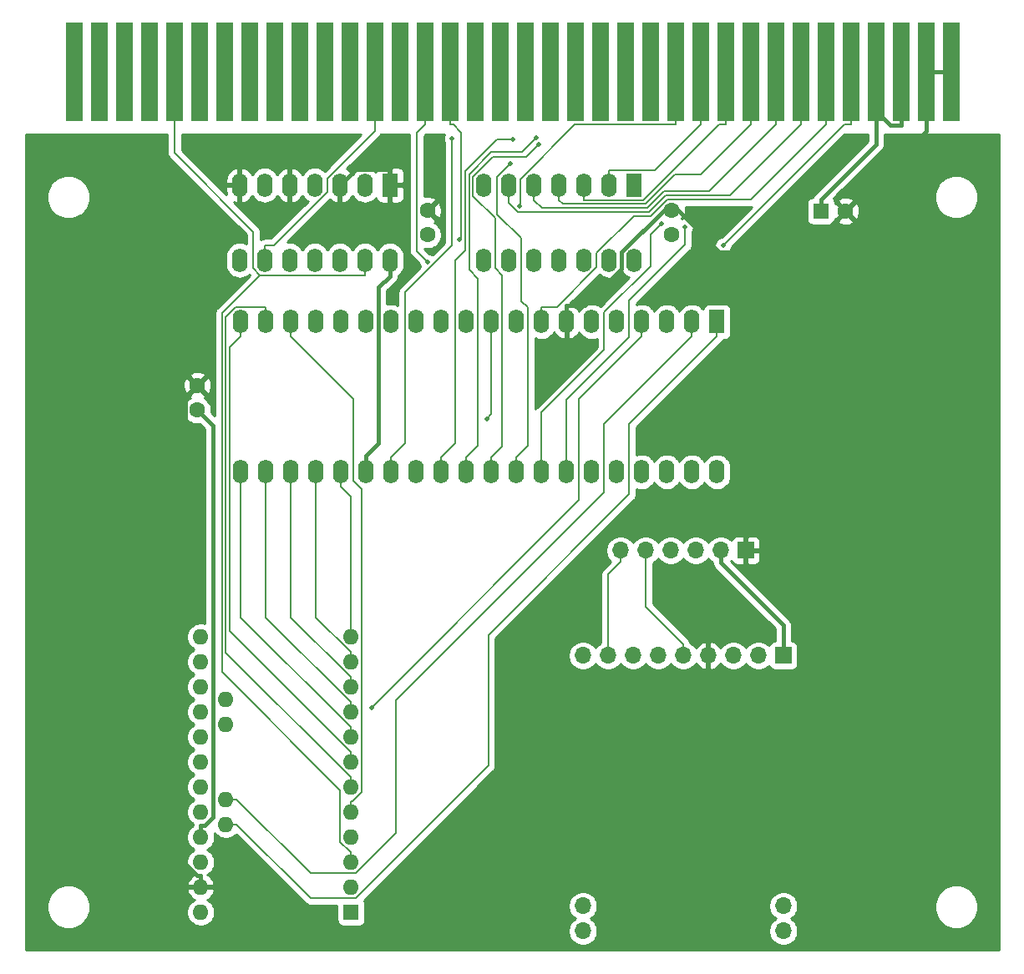
<source format=gbl>
G04 #@! TF.GenerationSoftware,KiCad,Pcbnew,(5.1.9)-1*
G04 #@! TF.CreationDate,2022-09-08T13:28:09+09:00*
G04 #@! TF.ProjectId,PC-8001mk2_SD,50432d38-3030-4316-9d6b-325f53442e6b,rev?*
G04 #@! TF.SameCoordinates,PX53920b0PY93c3260*
G04 #@! TF.FileFunction,Copper,L2,Bot*
G04 #@! TF.FilePolarity,Positive*
%FSLAX46Y46*%
G04 Gerber Fmt 4.6, Leading zero omitted, Abs format (unit mm)*
G04 Created by KiCad (PCBNEW (5.1.9)-1) date 2022-09-08 13:28:09*
%MOMM*%
%LPD*%
G01*
G04 APERTURE LIST*
G04 #@! TA.AperFunction,ComponentPad*
%ADD10C,1.600000*%
G04 #@! TD*
G04 #@! TA.AperFunction,ComponentPad*
%ADD11R,1.600000X2.400000*%
G04 #@! TD*
G04 #@! TA.AperFunction,ComponentPad*
%ADD12O,1.600000X2.400000*%
G04 #@! TD*
G04 #@! TA.AperFunction,ComponentPad*
%ADD13R,1.600000X1.600000*%
G04 #@! TD*
G04 #@! TA.AperFunction,ConnectorPad*
%ADD14R,1.780000X10.000000*%
G04 #@! TD*
G04 #@! TA.AperFunction,ComponentPad*
%ADD15R,1.700000X1.700000*%
G04 #@! TD*
G04 #@! TA.AperFunction,ComponentPad*
%ADD16O,1.700000X1.700000*%
G04 #@! TD*
G04 #@! TA.AperFunction,ComponentPad*
%ADD17O,1.600000X1.600000*%
G04 #@! TD*
G04 #@! TA.AperFunction,ViaPad*
%ADD18C,0.500000*%
G04 #@! TD*
G04 #@! TA.AperFunction,Conductor*
%ADD19C,0.400000*%
G04 #@! TD*
G04 #@! TA.AperFunction,Conductor*
%ADD20C,0.200000*%
G04 #@! TD*
G04 #@! TA.AperFunction,Conductor*
%ADD21C,0.254000*%
G04 #@! TD*
G04 #@! TA.AperFunction,Conductor*
%ADD22C,0.100000*%
G04 #@! TD*
G04 APERTURE END LIST*
D10*
X18059000Y55377000D03*
X18059000Y57877000D03*
D11*
X70739000Y64357000D03*
D12*
X22479000Y49117000D03*
X68199000Y64357000D03*
X25019000Y49117000D03*
X65659000Y64357000D03*
X27559000Y49117000D03*
X63119000Y64357000D03*
X30099000Y49117000D03*
X60579000Y64357000D03*
X32639000Y49117000D03*
X58039000Y64357000D03*
X35179000Y49117000D03*
X55499000Y64357000D03*
X37719000Y49117000D03*
X52959000Y64357000D03*
X40259000Y49117000D03*
X50419000Y64357000D03*
X42799000Y49117000D03*
X47879000Y64357000D03*
X45339000Y49117000D03*
X45339000Y64357000D03*
X47879000Y49117000D03*
X42799000Y64357000D03*
X50419000Y49117000D03*
X40259000Y64357000D03*
X52959000Y49117000D03*
X37719000Y64357000D03*
X55499000Y49117000D03*
X35179000Y64357000D03*
X58039000Y49117000D03*
X32639000Y64357000D03*
X60579000Y49117000D03*
X30099000Y64357000D03*
X63119000Y49117000D03*
X27559000Y64357000D03*
X65659000Y49117000D03*
X25019000Y64357000D03*
X68199000Y49117000D03*
X22479000Y64357000D03*
X70739000Y49117000D03*
D13*
X81280000Y75565000D03*
D10*
X83780000Y75565000D03*
X41402000Y75660000D03*
X41402000Y73160000D03*
X66167000Y73160000D03*
X66167000Y75660000D03*
D11*
X62357000Y78200000D03*
D12*
X47117000Y70580000D03*
X59817000Y78200000D03*
X49657000Y70580000D03*
X57277000Y78200000D03*
X52197000Y70580000D03*
X54737000Y78200000D03*
X54737000Y70580000D03*
X52197000Y78200000D03*
X57277000Y70580000D03*
X49657000Y78200000D03*
X59817000Y70580000D03*
X47117000Y78200000D03*
X62357000Y70580000D03*
D14*
X94488000Y89662000D03*
X91948000Y89662000D03*
X89408000Y89662000D03*
X86868000Y89662000D03*
X84328000Y89662000D03*
X81788000Y89662000D03*
X79248000Y89662000D03*
X76708000Y89662000D03*
X74168000Y89662000D03*
X71628000Y89662000D03*
X69088000Y89662000D03*
X66548000Y89662000D03*
X64008000Y89662000D03*
X61468000Y89662000D03*
X58928000Y89662000D03*
X56388000Y89662000D03*
X53848000Y89662000D03*
X51308000Y89662000D03*
X48768000Y89662000D03*
X46228000Y89662000D03*
X43688000Y89662000D03*
X41148000Y89662000D03*
X38608000Y89662000D03*
X36068000Y89662000D03*
X33528000Y89662000D03*
X30988000Y89662000D03*
X28448000Y89662000D03*
X25908000Y89662000D03*
X23368000Y89662000D03*
X20828000Y89662000D03*
X18288000Y89662000D03*
X15748000Y89662000D03*
X13208000Y89662000D03*
X10668000Y89662000D03*
X8128000Y89662000D03*
X5588000Y89662000D03*
D15*
X77470000Y30480000D03*
D16*
X74930000Y30480000D03*
X72390000Y30480000D03*
X69850000Y30480000D03*
X67310000Y30480000D03*
X64770000Y30480000D03*
X62230000Y30480000D03*
X59690000Y30480000D03*
X57150000Y30480000D03*
X57150000Y2540000D03*
X57150000Y5080000D03*
X77470000Y2540000D03*
X77470000Y5080000D03*
D12*
X37592000Y70580000D03*
X22352000Y78200000D03*
X35052000Y70580000D03*
X24892000Y78200000D03*
X32512000Y70580000D03*
X27432000Y78200000D03*
X29972000Y70580000D03*
X29972000Y78200000D03*
X27432000Y70580000D03*
X32512000Y78200000D03*
X24892000Y70580000D03*
X35052000Y78200000D03*
X22352000Y70580000D03*
D11*
X37592000Y78200000D03*
D13*
X33655000Y4445000D03*
D17*
X33655000Y6985000D03*
X33655000Y9525000D03*
X18415000Y32385000D03*
X33655000Y12065000D03*
X18415000Y29845000D03*
X33655000Y14605000D03*
X18415000Y27305000D03*
X33655000Y17145000D03*
X18415000Y24765000D03*
X33655000Y19685000D03*
X18415000Y22225000D03*
X33655000Y22225000D03*
X18415000Y19685000D03*
X33655000Y24765000D03*
X18415000Y17145000D03*
X33655000Y27305000D03*
X18415000Y14605000D03*
X33655000Y29845000D03*
X18415000Y12065000D03*
X33655000Y32385000D03*
X18415000Y9525000D03*
X18415000Y6985000D03*
X18415000Y4445000D03*
X20955000Y13335000D03*
X20955000Y15875000D03*
X20955000Y23495000D03*
X20955000Y26035000D03*
D15*
X73660000Y41148000D03*
D16*
X71120000Y41148000D03*
X68580000Y41148000D03*
X66040000Y41148000D03*
X63500000Y41148000D03*
X60960000Y41148000D03*
D18*
X67520800Y73995300D03*
X65099200Y74268400D03*
X49833400Y80361600D03*
X52641500Y82296000D03*
X52451000Y82994500D03*
X50038000Y82804000D03*
X43865100Y82937000D03*
X71367400Y72092700D03*
X50751200Y76088900D03*
X44665600Y72685700D03*
X41415800Y70401300D03*
X35700600Y25187300D03*
X47397600Y54487000D03*
D19*
X89408000Y89662000D02*
X89408000Y84261700D01*
X86868000Y86007700D02*
X86868000Y85672700D01*
X86868000Y85672700D02*
X88279000Y84261700D01*
X88279000Y84261700D02*
X89408000Y84261700D01*
X86868000Y86007700D02*
X86868000Y89662000D01*
X81280000Y76765300D02*
X86868000Y82353300D01*
X86868000Y82353300D02*
X86868000Y86007700D01*
X81280000Y75565000D02*
X81280000Y76765300D01*
X35179000Y49117000D02*
X35179000Y50717300D01*
X37592000Y70580000D02*
X37592000Y68979700D01*
X37592000Y68979700D02*
X36449000Y67836700D01*
X36449000Y67836700D02*
X36449000Y51987300D01*
X36449000Y51987300D02*
X35179000Y50717300D01*
X71120000Y41148000D02*
X71120000Y39897700D01*
X71120000Y39897700D02*
X77470000Y33547700D01*
X77470000Y33547700D02*
X77470000Y30480000D01*
X18415000Y12065000D02*
X18415000Y13265300D01*
X18059000Y55377000D02*
X19615700Y53820300D01*
X19615700Y53820300D02*
X19615700Y14093000D01*
X19615700Y14093000D02*
X18788000Y13265300D01*
X18788000Y13265300D02*
X18415000Y13265300D01*
X55499000Y64357000D02*
X55499000Y65957300D01*
X66167000Y75660000D02*
X65339300Y75660000D01*
X65339300Y75660000D02*
X61087000Y71407700D01*
X61087000Y71407700D02*
X61087000Y69750500D01*
X61087000Y69750500D02*
X57293800Y65957300D01*
X57293800Y65957300D02*
X55499000Y65957300D01*
X73660000Y71439200D02*
X71000500Y71439200D01*
X71000500Y71439200D02*
X66779700Y75660000D01*
X66779700Y75660000D02*
X66167000Y75660000D01*
X73660000Y71439200D02*
X79654200Y71439200D01*
X79654200Y71439200D02*
X83780000Y75565000D01*
X73660000Y42398300D02*
X73660000Y71439200D01*
X73660000Y41148000D02*
X73660000Y42398300D01*
X83780000Y75565000D02*
X91948000Y83733000D01*
X91948000Y83733000D02*
X91948000Y89662000D01*
X91948000Y89662000D02*
X94488000Y89662000D01*
X37592000Y78200000D02*
X37592000Y79800300D01*
X32512000Y78200000D02*
X34112300Y79800300D01*
X34112300Y79800300D02*
X37592000Y79800300D01*
X18415000Y6985000D02*
X18415000Y8185300D01*
X18415000Y8185300D02*
X18039900Y8185300D01*
X18039900Y8185300D02*
X16840600Y9384600D01*
X16840600Y9384600D02*
X16840600Y56658600D01*
X16840600Y56658600D02*
X18059000Y57877000D01*
D20*
X55499000Y49117000D02*
X55499000Y56469900D01*
X55499000Y56469900D02*
X61849000Y62819900D01*
X61849000Y62819900D02*
X61849000Y66475300D01*
X61849000Y66475300D02*
X67520800Y72147100D01*
X67520800Y72147100D02*
X67520800Y73995300D01*
X52959000Y49117000D02*
X52959000Y55131000D01*
X52959000Y55131000D02*
X59309000Y61481000D01*
X59309000Y61481000D02*
X59309000Y65287200D01*
X59309000Y65287200D02*
X64017200Y69995400D01*
X64017200Y69995400D02*
X64017200Y73186400D01*
X64017200Y73186400D02*
X65099200Y74268400D01*
X50419000Y49117000D02*
X50419000Y50617300D01*
X50419000Y50617300D02*
X51567500Y51765800D01*
X51567500Y51765800D02*
X51567500Y65809000D01*
X51567500Y65809000D02*
X50927000Y66449500D01*
X50927000Y66449500D02*
X50927000Y72814900D01*
X50927000Y72814900D02*
X48476100Y75265800D01*
X48476100Y75265800D02*
X48476100Y79004300D01*
X48476100Y79004300D02*
X49833400Y80361600D01*
X47879000Y50617300D02*
X48979500Y51717800D01*
X48979500Y51717800D02*
X48979500Y69079500D01*
X48979500Y69079500D02*
X48245400Y69813600D01*
X48245400Y69813600D02*
X48245400Y74874100D01*
X48245400Y74874100D02*
X46016700Y77102800D01*
X46016700Y77102800D02*
X46016700Y79079100D01*
X47879000Y49117000D02*
X47879000Y50617300D01*
X46040451Y79079100D02*
X47987351Y81026000D01*
X46016700Y79079100D02*
X46040451Y79079100D01*
X47987351Y81026000D02*
X51366800Y81026000D01*
X51366800Y81026000D02*
X51371500Y81026000D01*
X51371500Y81026000D02*
X52641500Y82296000D01*
X52641500Y82296000D02*
X52641500Y82296000D01*
X45339000Y49117000D02*
X45339000Y50617300D01*
X45339000Y50617300D02*
X46483800Y51762100D01*
X46483800Y51762100D02*
X46483800Y68740400D01*
X46483800Y68740400D02*
X45616400Y69607800D01*
X45616400Y69607800D02*
X45616400Y79304800D01*
X45616400Y79304800D02*
X47845600Y81534000D01*
X50990500Y81534000D02*
X52451000Y82994500D01*
X47845600Y81534000D02*
X50990500Y81534000D01*
X48395000Y82804000D02*
X50038000Y82804000D01*
X45216000Y79625000D02*
X48395000Y82804000D01*
X45216000Y71566800D02*
X45216000Y79625000D01*
X44210700Y52029000D02*
X44210700Y70561500D01*
X44210700Y70561500D02*
X45216000Y71566800D01*
X42799000Y50617300D02*
X44210700Y52029000D01*
X42799000Y49117000D02*
X42799000Y50617300D01*
X43865100Y82937000D02*
X43865100Y82937000D01*
X43865100Y72068300D02*
X39130700Y67333900D01*
X39130700Y67333900D02*
X39130700Y52029000D01*
X39130700Y52029000D02*
X37719000Y50617300D01*
X37719000Y49117000D02*
X37719000Y50617300D01*
X43865100Y82937000D02*
X43865100Y72068300D01*
X84328000Y89662000D02*
X84328000Y84361700D01*
X84328000Y84361700D02*
X83636400Y84361700D01*
X83636400Y84361700D02*
X71367400Y72092700D01*
X52959000Y65857300D02*
X54510600Y65857300D01*
X54510600Y65857300D02*
X58547000Y69893700D01*
X58547000Y69893700D02*
X58547000Y71313600D01*
X58547000Y71313600D02*
X62329600Y75096200D01*
X62329600Y75096200D02*
X64025100Y75096200D01*
X64025100Y75096200D02*
X65689500Y76760600D01*
X65689500Y76760600D02*
X74186900Y76760600D01*
X74186900Y76760600D02*
X81788000Y84361700D01*
X52959000Y64357000D02*
X52959000Y65857300D01*
X81788000Y89662000D02*
X81788000Y84361700D01*
X49657000Y76699700D02*
X49657000Y76404900D01*
X49657000Y76404900D02*
X50565400Y75496500D01*
X50565400Y75496500D02*
X63859300Y75496500D01*
X63859300Y75496500D02*
X65523700Y77160900D01*
X65523700Y77160900D02*
X72047200Y77160900D01*
X72047200Y77160900D02*
X79248000Y84361700D01*
X49657000Y78200000D02*
X49657000Y76699700D01*
X79248000Y89662000D02*
X79248000Y84361700D01*
X52197000Y76699700D02*
X52999900Y75896800D01*
X52999900Y75896800D02*
X63693500Y75896800D01*
X63693500Y75896800D02*
X65357900Y77561200D01*
X65357900Y77561200D02*
X69907500Y77561200D01*
X69907500Y77561200D02*
X76708000Y84361700D01*
X76708000Y89662000D02*
X76708000Y84361700D01*
X52197000Y78200000D02*
X52197000Y76699700D01*
X54737000Y78200000D02*
X54737000Y76699700D01*
X74168000Y89662000D02*
X74168000Y84361700D01*
X74168000Y84361700D02*
X69074300Y79268000D01*
X69074300Y79268000D02*
X66498400Y79268000D01*
X66498400Y79268000D02*
X63527600Y76297200D01*
X63527600Y76297200D02*
X55139500Y76297200D01*
X55139500Y76297200D02*
X54737000Y76699700D01*
X57277000Y78200000D02*
X57277000Y76699700D01*
X71628000Y89662000D02*
X71628000Y84361700D01*
X71628000Y84361700D02*
X70943400Y84361700D01*
X70943400Y84361700D02*
X63281400Y76699700D01*
X63281400Y76699700D02*
X57277000Y76699700D01*
X69088000Y84361700D02*
X64426600Y79700300D01*
X64426600Y79700300D02*
X59817000Y79700300D01*
X59817000Y78200000D02*
X59817000Y79700300D01*
X69088000Y89662000D02*
X69088000Y84361700D01*
X66548000Y89662000D02*
X66548000Y84361700D01*
X50751200Y76088900D02*
X50785400Y76123100D01*
X50785400Y76123100D02*
X50785400Y78797800D01*
X50785400Y78797800D02*
X56349300Y84361700D01*
X56349300Y84361700D02*
X66548000Y84361700D01*
X43688000Y84361700D02*
X44015300Y84361700D01*
X44015300Y84361700D02*
X44815700Y83561300D01*
X44815700Y83561300D02*
X44815700Y72835800D01*
X44815700Y72835800D02*
X44665600Y72685700D01*
X43688000Y89662000D02*
X43688000Y84361700D01*
X24432700Y69079700D02*
X23742300Y69770100D01*
X23742300Y69770100D02*
X23742300Y73484400D01*
X23742300Y73484400D02*
X15748000Y81478700D01*
X15748000Y81478700D02*
X15748000Y89662000D01*
X35052000Y69079700D02*
X24432700Y69079700D01*
X33655000Y10625300D02*
X33517300Y10625300D01*
X33517300Y10625300D02*
X32554700Y11587900D01*
X32554700Y11587900D02*
X32554700Y16832800D01*
X32554700Y16832800D02*
X20560300Y28827200D01*
X20560300Y28827200D02*
X20560300Y65207300D01*
X20560300Y65207300D02*
X24432700Y69079700D01*
X33655000Y9525000D02*
X33655000Y10625300D01*
X35052000Y70580000D02*
X35052000Y69079700D01*
X41148000Y84361700D02*
X40301600Y83515300D01*
X40301600Y83515300D02*
X40301600Y71515500D01*
X40301600Y71515500D02*
X41415800Y70401300D01*
X41148000Y89662000D02*
X41148000Y84361700D01*
X24892000Y70580000D02*
X24892000Y72080300D01*
X24892000Y72080300D02*
X25829700Y72080300D01*
X25829700Y72080300D02*
X31242000Y77492600D01*
X31242000Y77492600D02*
X31242000Y78899400D01*
X31242000Y78899400D02*
X36068000Y83725400D01*
X36068000Y83725400D02*
X36068000Y89662000D01*
X22055300Y13335000D02*
X29523400Y5866900D01*
X29523400Y5866900D02*
X34109800Y5866900D01*
X34109800Y5866900D02*
X47559800Y19316900D01*
X47559800Y19316900D02*
X47559800Y32531500D01*
X47559800Y32531500D02*
X61849000Y46820700D01*
X61849000Y46820700D02*
X61849000Y53966700D01*
X61849000Y53966700D02*
X70739000Y62856700D01*
X70739000Y64357000D02*
X70739000Y62856700D01*
X20955000Y13335000D02*
X22055300Y13335000D01*
X22479000Y49117000D02*
X22479000Y47616700D01*
X33655000Y23325300D02*
X33517600Y23325300D01*
X33517600Y23325300D02*
X22479100Y34363800D01*
X22479100Y34363800D02*
X22479100Y47616700D01*
X22479100Y47616700D02*
X22479000Y47616700D01*
X33655000Y22225000D02*
X33655000Y23325300D01*
X68199000Y64357000D02*
X68199000Y62856700D01*
X20955000Y15875000D02*
X22055300Y15875000D01*
X22055300Y15875000D02*
X29516900Y8413400D01*
X29516900Y8413400D02*
X34126300Y8413400D01*
X34126300Y8413400D02*
X38172100Y12459200D01*
X38172100Y12459200D02*
X38172100Y25926600D01*
X38172100Y25926600D02*
X59309000Y47063500D01*
X59309000Y47063500D02*
X59309000Y53966700D01*
X59309000Y53966700D02*
X68199000Y62856700D01*
X33655000Y24765000D02*
X33655000Y25865300D01*
X33655000Y25865300D02*
X33517500Y25865300D01*
X33517500Y25865300D02*
X25019000Y34363800D01*
X25019000Y34363800D02*
X25019000Y49117000D01*
X33655000Y27305000D02*
X33655000Y28405300D01*
X33655000Y28405300D02*
X33517500Y28405300D01*
X33517500Y28405300D02*
X27559000Y34363800D01*
X27559000Y34363800D02*
X27559000Y49117000D01*
X35700600Y25187300D02*
X56769000Y46255700D01*
X56769000Y46255700D02*
X56769000Y56506700D01*
X56769000Y56506700D02*
X63119000Y62856700D01*
X63119000Y64357000D02*
X63119000Y62856700D01*
X33655000Y29845000D02*
X33655000Y30945300D01*
X33655000Y30945300D02*
X33517500Y30945300D01*
X33517500Y30945300D02*
X30099000Y34363800D01*
X30099000Y34363800D02*
X30099000Y49117000D01*
X32639000Y49117000D02*
X32639000Y47616700D01*
X33655000Y32385000D02*
X33655000Y46600700D01*
X33655000Y46600700D02*
X32639000Y47616700D01*
X47397600Y54487000D02*
X47879000Y54968400D01*
X47879000Y54968400D02*
X47879000Y64357000D01*
X27559000Y64357000D02*
X27559000Y62856700D01*
X33655000Y14605000D02*
X33655000Y15705300D01*
X33655000Y15705300D02*
X33792500Y15705300D01*
X33792500Y15705300D02*
X34758500Y16671300D01*
X34758500Y16671300D02*
X34758500Y47337300D01*
X34758500Y47337300D02*
X33873800Y48222000D01*
X33873800Y48222000D02*
X33873800Y56541900D01*
X33873800Y56541900D02*
X27559000Y62856700D01*
X25019000Y64357000D02*
X25019000Y65857300D01*
X33655000Y17145000D02*
X33655000Y18245300D01*
X33655000Y18245300D02*
X33517500Y18245300D01*
X33517500Y18245300D02*
X20960700Y30802100D01*
X20960700Y30802100D02*
X20960700Y64840500D01*
X20960700Y64840500D02*
X21977500Y65857300D01*
X21977500Y65857300D02*
X25019000Y65857300D01*
X22479000Y64357000D02*
X22479000Y62856700D01*
X33655000Y19685000D02*
X33655000Y20785300D01*
X33655000Y20785300D02*
X33517500Y20785300D01*
X33517500Y20785300D02*
X21361200Y32941600D01*
X21361200Y32941600D02*
X21361200Y61738900D01*
X21361200Y61738900D02*
X22479000Y62856700D01*
X67310000Y30480000D02*
X67310000Y31630300D01*
X63500000Y41148000D02*
X63500000Y35440300D01*
X63500000Y35440300D02*
X67310000Y31630300D01*
X60960000Y41148000D02*
X60960000Y39997700D01*
X60960000Y39997700D02*
X59690000Y38727700D01*
X59690000Y38727700D02*
X59690000Y30480000D01*
D21*
X15013000Y81514805D02*
X15009444Y81478700D01*
X15023635Y81334616D01*
X15065663Y81196068D01*
X15133913Y81068381D01*
X15225762Y80956463D01*
X15253808Y80933446D01*
X23007301Y73179952D01*
X23007301Y72256864D01*
X22903808Y72312182D01*
X22633309Y72394236D01*
X22352000Y72421943D01*
X22070692Y72394236D01*
X21800193Y72312182D01*
X21550900Y72178932D01*
X21332393Y71999608D01*
X21153068Y71781101D01*
X21019818Y71531808D01*
X20937764Y71261309D01*
X20917000Y71050492D01*
X20917000Y70109509D01*
X20937764Y69898692D01*
X21019818Y69628193D01*
X21153068Y69378900D01*
X21332392Y69160393D01*
X21550899Y68981068D01*
X21800192Y68847818D01*
X22070691Y68765764D01*
X22352000Y68738057D01*
X22633308Y68765764D01*
X22903807Y68847818D01*
X23153100Y68981068D01*
X23339177Y69133777D01*
X23393253Y69079700D01*
X20066108Y65752554D01*
X20038063Y65729538D01*
X19946214Y65617620D01*
X19913812Y65557000D01*
X19877964Y65489933D01*
X19835935Y65351385D01*
X19821744Y65207300D01*
X19825301Y65171185D01*
X19825301Y54791567D01*
X19475285Y55141582D01*
X19494000Y55235665D01*
X19494000Y55518335D01*
X19438853Y55795574D01*
X19330680Y56056727D01*
X19173637Y56291759D01*
X18973759Y56491637D01*
X18773131Y56625692D01*
X18800514Y56640329D01*
X18872097Y56884298D01*
X18059000Y57697395D01*
X17245903Y56884298D01*
X17317486Y56640329D01*
X17346341Y56626676D01*
X17144241Y56491637D01*
X16944363Y56291759D01*
X16787320Y56056727D01*
X16679147Y55795574D01*
X16624000Y55518335D01*
X16624000Y55235665D01*
X16679147Y54958426D01*
X16787320Y54697273D01*
X16944363Y54462241D01*
X17144241Y54262363D01*
X17379273Y54105320D01*
X17640426Y53997147D01*
X17917665Y53942000D01*
X18200335Y53942000D01*
X18294418Y53960715D01*
X18780700Y53474432D01*
X18780701Y33775370D01*
X18556335Y33820000D01*
X18273665Y33820000D01*
X17996426Y33764853D01*
X17735273Y33656680D01*
X17500241Y33499637D01*
X17300363Y33299759D01*
X17143320Y33064727D01*
X17035147Y32803574D01*
X16980000Y32526335D01*
X16980000Y32243665D01*
X17035147Y31966426D01*
X17143320Y31705273D01*
X17300363Y31470241D01*
X17500241Y31270363D01*
X17732759Y31115000D01*
X17500241Y30959637D01*
X17300363Y30759759D01*
X17143320Y30524727D01*
X17035147Y30263574D01*
X16980000Y29986335D01*
X16980000Y29703665D01*
X17035147Y29426426D01*
X17143320Y29165273D01*
X17300363Y28930241D01*
X17500241Y28730363D01*
X17732759Y28575000D01*
X17500241Y28419637D01*
X17300363Y28219759D01*
X17143320Y27984727D01*
X17035147Y27723574D01*
X16980000Y27446335D01*
X16980000Y27163665D01*
X17035147Y26886426D01*
X17143320Y26625273D01*
X17300363Y26390241D01*
X17500241Y26190363D01*
X17732759Y26035000D01*
X17500241Y25879637D01*
X17300363Y25679759D01*
X17143320Y25444727D01*
X17035147Y25183574D01*
X16980000Y24906335D01*
X16980000Y24623665D01*
X17035147Y24346426D01*
X17143320Y24085273D01*
X17300363Y23850241D01*
X17500241Y23650363D01*
X17732759Y23495000D01*
X17500241Y23339637D01*
X17300363Y23139759D01*
X17143320Y22904727D01*
X17035147Y22643574D01*
X16980000Y22366335D01*
X16980000Y22083665D01*
X17035147Y21806426D01*
X17143320Y21545273D01*
X17300363Y21310241D01*
X17500241Y21110363D01*
X17732759Y20955000D01*
X17500241Y20799637D01*
X17300363Y20599759D01*
X17143320Y20364727D01*
X17035147Y20103574D01*
X16980000Y19826335D01*
X16980000Y19543665D01*
X17035147Y19266426D01*
X17143320Y19005273D01*
X17300363Y18770241D01*
X17500241Y18570363D01*
X17732759Y18415000D01*
X17500241Y18259637D01*
X17300363Y18059759D01*
X17143320Y17824727D01*
X17035147Y17563574D01*
X16980000Y17286335D01*
X16980000Y17003665D01*
X17035147Y16726426D01*
X17143320Y16465273D01*
X17300363Y16230241D01*
X17500241Y16030363D01*
X17732759Y15875000D01*
X17500241Y15719637D01*
X17300363Y15519759D01*
X17143320Y15284727D01*
X17035147Y15023574D01*
X16980000Y14746335D01*
X16980000Y14463665D01*
X17035147Y14186426D01*
X17143320Y13925273D01*
X17300363Y13690241D01*
X17500241Y13490363D01*
X17592084Y13428996D01*
X17592082Y13428989D01*
X17575960Y13265300D01*
X17579201Y13232396D01*
X17500241Y13179637D01*
X17300363Y12979759D01*
X17143320Y12744727D01*
X17035147Y12483574D01*
X16980000Y12206335D01*
X16980000Y11923665D01*
X17035147Y11646426D01*
X17143320Y11385273D01*
X17300363Y11150241D01*
X17500241Y10950363D01*
X17732759Y10795000D01*
X17500241Y10639637D01*
X17300363Y10439759D01*
X17143320Y10204727D01*
X17035147Y9943574D01*
X16980000Y9666335D01*
X16980000Y9383665D01*
X17035147Y9106426D01*
X17143320Y8845273D01*
X17300363Y8610241D01*
X17500241Y8410363D01*
X17735273Y8253320D01*
X17745865Y8248933D01*
X17559869Y8137385D01*
X17351481Y7948414D01*
X17183963Y7722420D01*
X17063754Y7468087D01*
X17023096Y7334039D01*
X17145085Y7112000D01*
X18288000Y7112000D01*
X18288000Y7132000D01*
X18542000Y7132000D01*
X18542000Y7112000D01*
X19684915Y7112000D01*
X19806904Y7334039D01*
X19766246Y7468087D01*
X19646037Y7722420D01*
X19478519Y7948414D01*
X19270131Y8137385D01*
X19084135Y8248933D01*
X19094727Y8253320D01*
X19329759Y8410363D01*
X19529637Y8610241D01*
X19686680Y8845273D01*
X19794853Y9106426D01*
X19850000Y9383665D01*
X19850000Y9666335D01*
X19794853Y9943574D01*
X19686680Y10204727D01*
X19529637Y10439759D01*
X19329759Y10639637D01*
X19097241Y10795000D01*
X19329759Y10950363D01*
X19529637Y11150241D01*
X19686680Y11385273D01*
X19794853Y11646426D01*
X19850000Y11923665D01*
X19850000Y12206335D01*
X19794853Y12483574D01*
X19789646Y12496144D01*
X19840363Y12420241D01*
X20040241Y12220363D01*
X20275273Y12063320D01*
X20536426Y11955147D01*
X20813665Y11900000D01*
X21096335Y11900000D01*
X21373574Y11955147D01*
X21634727Y12063320D01*
X21869759Y12220363D01*
X22000125Y12350729D01*
X28978146Y5372707D01*
X29001162Y5344662D01*
X29113080Y5252813D01*
X29240767Y5184563D01*
X29379315Y5142535D01*
X29487295Y5131900D01*
X29487304Y5131900D01*
X29523399Y5128345D01*
X29559494Y5131900D01*
X32216928Y5131900D01*
X32216928Y3645000D01*
X32229188Y3520518D01*
X32265498Y3400820D01*
X32324463Y3290506D01*
X32403815Y3193815D01*
X32500506Y3114463D01*
X32610820Y3055498D01*
X32730518Y3019188D01*
X32855000Y3006928D01*
X34455000Y3006928D01*
X34579482Y3019188D01*
X34699180Y3055498D01*
X34809494Y3114463D01*
X34906185Y3193815D01*
X34985537Y3290506D01*
X35044502Y3400820D01*
X35080812Y3520518D01*
X35093072Y3645000D01*
X35093072Y5226260D01*
X55665000Y5226260D01*
X55665000Y4933740D01*
X55722068Y4646842D01*
X55834010Y4376589D01*
X55996525Y4133368D01*
X56203368Y3926525D01*
X56377760Y3810000D01*
X56203368Y3693475D01*
X55996525Y3486632D01*
X55834010Y3243411D01*
X55722068Y2973158D01*
X55665000Y2686260D01*
X55665000Y2393740D01*
X55722068Y2106842D01*
X55834010Y1836589D01*
X55996525Y1593368D01*
X56203368Y1386525D01*
X56446589Y1224010D01*
X56716842Y1112068D01*
X57003740Y1055000D01*
X57296260Y1055000D01*
X57583158Y1112068D01*
X57853411Y1224010D01*
X58096632Y1386525D01*
X58303475Y1593368D01*
X58465990Y1836589D01*
X58577932Y2106842D01*
X58635000Y2393740D01*
X58635000Y2686260D01*
X58577932Y2973158D01*
X58465990Y3243411D01*
X58303475Y3486632D01*
X58096632Y3693475D01*
X57922240Y3810000D01*
X58096632Y3926525D01*
X58303475Y4133368D01*
X58465990Y4376589D01*
X58577932Y4646842D01*
X58635000Y4933740D01*
X58635000Y5226260D01*
X75985000Y5226260D01*
X75985000Y4933740D01*
X76042068Y4646842D01*
X76154010Y4376589D01*
X76316525Y4133368D01*
X76523368Y3926525D01*
X76697760Y3810000D01*
X76523368Y3693475D01*
X76316525Y3486632D01*
X76154010Y3243411D01*
X76042068Y2973158D01*
X75985000Y2686260D01*
X75985000Y2393740D01*
X76042068Y2106842D01*
X76154010Y1836589D01*
X76316525Y1593368D01*
X76523368Y1386525D01*
X76766589Y1224010D01*
X77036842Y1112068D01*
X77323740Y1055000D01*
X77616260Y1055000D01*
X77903158Y1112068D01*
X78173411Y1224010D01*
X78416632Y1386525D01*
X78623475Y1593368D01*
X78785990Y1836589D01*
X78897932Y2106842D01*
X78955000Y2393740D01*
X78955000Y2686260D01*
X78897932Y2973158D01*
X78785990Y3243411D01*
X78623475Y3486632D01*
X78416632Y3693475D01*
X78242240Y3810000D01*
X78416632Y3926525D01*
X78623475Y4133368D01*
X78785990Y4376589D01*
X78897932Y4646842D01*
X78955000Y4933740D01*
X78955000Y5220128D01*
X92765000Y5220128D01*
X92765000Y4779872D01*
X92850890Y4348075D01*
X93019369Y3941331D01*
X93263962Y3575271D01*
X93575271Y3263962D01*
X93941331Y3019369D01*
X94348075Y2850890D01*
X94779872Y2765000D01*
X95220128Y2765000D01*
X95651925Y2850890D01*
X96058669Y3019369D01*
X96424729Y3263962D01*
X96736038Y3575271D01*
X96980631Y3941331D01*
X97149110Y4348075D01*
X97235000Y4779872D01*
X97235000Y5220128D01*
X97149110Y5651925D01*
X96980631Y6058669D01*
X96736038Y6424729D01*
X96424729Y6736038D01*
X96058669Y6980631D01*
X95651925Y7149110D01*
X95220128Y7235000D01*
X94779872Y7235000D01*
X94348075Y7149110D01*
X93941331Y6980631D01*
X93575271Y6736038D01*
X93263962Y6424729D01*
X93019369Y6058669D01*
X92850890Y5651925D01*
X92765000Y5220128D01*
X78955000Y5220128D01*
X78955000Y5226260D01*
X78897932Y5513158D01*
X78785990Y5783411D01*
X78623475Y6026632D01*
X78416632Y6233475D01*
X78173411Y6395990D01*
X77903158Y6507932D01*
X77616260Y6565000D01*
X77323740Y6565000D01*
X77036842Y6507932D01*
X76766589Y6395990D01*
X76523368Y6233475D01*
X76316525Y6026632D01*
X76154010Y5783411D01*
X76042068Y5513158D01*
X75985000Y5226260D01*
X58635000Y5226260D01*
X58577932Y5513158D01*
X58465990Y5783411D01*
X58303475Y6026632D01*
X58096632Y6233475D01*
X57853411Y6395990D01*
X57583158Y6507932D01*
X57296260Y6565000D01*
X57003740Y6565000D01*
X56716842Y6507932D01*
X56446589Y6395990D01*
X56203368Y6233475D01*
X55996525Y6026632D01*
X55834010Y5783411D01*
X55722068Y5513158D01*
X55665000Y5226260D01*
X35093072Y5226260D01*
X35093072Y5245000D01*
X35080812Y5369482D01*
X35044502Y5489180D01*
X34985537Y5599494D01*
X34938795Y5656449D01*
X48053998Y18771651D01*
X48082037Y18794662D01*
X48105050Y18822703D01*
X48105053Y18822706D01*
X48173886Y18906579D01*
X48173887Y18906580D01*
X48242137Y19034267D01*
X48284165Y19172815D01*
X48294800Y19280795D01*
X48294800Y19280804D01*
X48298355Y19316899D01*
X48294800Y19352994D01*
X48294800Y30626260D01*
X55665000Y30626260D01*
X55665000Y30333740D01*
X55722068Y30046842D01*
X55834010Y29776589D01*
X55996525Y29533368D01*
X56203368Y29326525D01*
X56446589Y29164010D01*
X56716842Y29052068D01*
X57003740Y28995000D01*
X57296260Y28995000D01*
X57583158Y29052068D01*
X57853411Y29164010D01*
X58096632Y29326525D01*
X58303475Y29533368D01*
X58420000Y29707760D01*
X58536525Y29533368D01*
X58743368Y29326525D01*
X58986589Y29164010D01*
X59256842Y29052068D01*
X59543740Y28995000D01*
X59836260Y28995000D01*
X60123158Y29052068D01*
X60393411Y29164010D01*
X60636632Y29326525D01*
X60843475Y29533368D01*
X60960000Y29707760D01*
X61076525Y29533368D01*
X61283368Y29326525D01*
X61526589Y29164010D01*
X61796842Y29052068D01*
X62083740Y28995000D01*
X62376260Y28995000D01*
X62663158Y29052068D01*
X62933411Y29164010D01*
X63176632Y29326525D01*
X63383475Y29533368D01*
X63500000Y29707760D01*
X63616525Y29533368D01*
X63823368Y29326525D01*
X64066589Y29164010D01*
X64336842Y29052068D01*
X64623740Y28995000D01*
X64916260Y28995000D01*
X65203158Y29052068D01*
X65473411Y29164010D01*
X65716632Y29326525D01*
X65923475Y29533368D01*
X66040000Y29707760D01*
X66156525Y29533368D01*
X66363368Y29326525D01*
X66606589Y29164010D01*
X66876842Y29052068D01*
X67163740Y28995000D01*
X67456260Y28995000D01*
X67743158Y29052068D01*
X68013411Y29164010D01*
X68256632Y29326525D01*
X68463475Y29533368D01*
X68585195Y29715534D01*
X68654822Y29598645D01*
X68849731Y29382412D01*
X69083080Y29208359D01*
X69345901Y29083175D01*
X69493110Y29038524D01*
X69723000Y29159845D01*
X69723000Y30353000D01*
X69703000Y30353000D01*
X69703000Y30607000D01*
X69723000Y30607000D01*
X69723000Y31800155D01*
X69493110Y31921476D01*
X69345901Y31876825D01*
X69083080Y31751641D01*
X68849731Y31577588D01*
X68654822Y31361355D01*
X68585195Y31244466D01*
X68463475Y31426632D01*
X68256632Y31633475D01*
X68031472Y31783922D01*
X67992337Y31912934D01*
X67924087Y32040620D01*
X67873412Y32102367D01*
X67832238Y32152538D01*
X67804193Y32175554D01*
X64235000Y35744746D01*
X64235000Y39853117D01*
X64446632Y39994525D01*
X64653475Y40201368D01*
X64770000Y40375760D01*
X64886525Y40201368D01*
X65093368Y39994525D01*
X65336589Y39832010D01*
X65606842Y39720068D01*
X65893740Y39663000D01*
X66186260Y39663000D01*
X66473158Y39720068D01*
X66743411Y39832010D01*
X66986632Y39994525D01*
X67193475Y40201368D01*
X67310000Y40375760D01*
X67426525Y40201368D01*
X67633368Y39994525D01*
X67876589Y39832010D01*
X68146842Y39720068D01*
X68433740Y39663000D01*
X68726260Y39663000D01*
X69013158Y39720068D01*
X69283411Y39832010D01*
X69526632Y39994525D01*
X69733475Y40201368D01*
X69850000Y40375760D01*
X69966525Y40201368D01*
X70173368Y39994525D01*
X70283264Y39921095D01*
X70280960Y39897700D01*
X70297082Y39734012D01*
X70344828Y39576614D01*
X70422364Y39431555D01*
X70445907Y39402868D01*
X70526710Y39304409D01*
X70558574Y39278259D01*
X76635000Y33201832D01*
X76635001Y31968072D01*
X76620000Y31968072D01*
X76495518Y31955812D01*
X76375820Y31919502D01*
X76265506Y31860537D01*
X76168815Y31781185D01*
X76089463Y31684494D01*
X76030498Y31574180D01*
X76008487Y31501620D01*
X75876632Y31633475D01*
X75633411Y31795990D01*
X75363158Y31907932D01*
X75076260Y31965000D01*
X74783740Y31965000D01*
X74496842Y31907932D01*
X74226589Y31795990D01*
X73983368Y31633475D01*
X73776525Y31426632D01*
X73660000Y31252240D01*
X73543475Y31426632D01*
X73336632Y31633475D01*
X73093411Y31795990D01*
X72823158Y31907932D01*
X72536260Y31965000D01*
X72243740Y31965000D01*
X71956842Y31907932D01*
X71686589Y31795990D01*
X71443368Y31633475D01*
X71236525Y31426632D01*
X71114805Y31244466D01*
X71045178Y31361355D01*
X70850269Y31577588D01*
X70616920Y31751641D01*
X70354099Y31876825D01*
X70206890Y31921476D01*
X69977000Y31800155D01*
X69977000Y30607000D01*
X69997000Y30607000D01*
X69997000Y30353000D01*
X69977000Y30353000D01*
X69977000Y29159845D01*
X70206890Y29038524D01*
X70354099Y29083175D01*
X70616920Y29208359D01*
X70850269Y29382412D01*
X71045178Y29598645D01*
X71114805Y29715534D01*
X71236525Y29533368D01*
X71443368Y29326525D01*
X71686589Y29164010D01*
X71956842Y29052068D01*
X72243740Y28995000D01*
X72536260Y28995000D01*
X72823158Y29052068D01*
X73093411Y29164010D01*
X73336632Y29326525D01*
X73543475Y29533368D01*
X73660000Y29707760D01*
X73776525Y29533368D01*
X73983368Y29326525D01*
X74226589Y29164010D01*
X74496842Y29052068D01*
X74783740Y28995000D01*
X75076260Y28995000D01*
X75363158Y29052068D01*
X75633411Y29164010D01*
X75876632Y29326525D01*
X76008487Y29458380D01*
X76030498Y29385820D01*
X76089463Y29275506D01*
X76168815Y29178815D01*
X76265506Y29099463D01*
X76375820Y29040498D01*
X76495518Y29004188D01*
X76620000Y28991928D01*
X78320000Y28991928D01*
X78444482Y29004188D01*
X78564180Y29040498D01*
X78674494Y29099463D01*
X78771185Y29178815D01*
X78850537Y29275506D01*
X78909502Y29385820D01*
X78945812Y29505518D01*
X78958072Y29630000D01*
X78958072Y31330000D01*
X78945812Y31454482D01*
X78909502Y31574180D01*
X78850537Y31684494D01*
X78771185Y31781185D01*
X78674494Y31860537D01*
X78564180Y31919502D01*
X78444482Y31955812D01*
X78320000Y31968072D01*
X78305000Y31968072D01*
X78305000Y33506682D01*
X78309040Y33547701D01*
X78292918Y33711389D01*
X78245172Y33868787D01*
X78167636Y34013846D01*
X78112386Y34081168D01*
X78063291Y34140991D01*
X78031428Y34167140D01*
X72135337Y40063230D01*
X72198487Y40126380D01*
X72220498Y40053820D01*
X72279463Y39943506D01*
X72358815Y39846815D01*
X72455506Y39767463D01*
X72565820Y39708498D01*
X72685518Y39672188D01*
X72810000Y39659928D01*
X73374250Y39663000D01*
X73533000Y39821750D01*
X73533000Y41021000D01*
X73787000Y41021000D01*
X73787000Y39821750D01*
X73945750Y39663000D01*
X74510000Y39659928D01*
X74634482Y39672188D01*
X74754180Y39708498D01*
X74864494Y39767463D01*
X74961185Y39846815D01*
X75040537Y39943506D01*
X75099502Y40053820D01*
X75135812Y40173518D01*
X75148072Y40298000D01*
X75145000Y40862250D01*
X74986250Y41021000D01*
X73787000Y41021000D01*
X73533000Y41021000D01*
X73513000Y41021000D01*
X73513000Y41275000D01*
X73533000Y41275000D01*
X73533000Y42474250D01*
X73787000Y42474250D01*
X73787000Y41275000D01*
X74986250Y41275000D01*
X75145000Y41433750D01*
X75148072Y41998000D01*
X75135812Y42122482D01*
X75099502Y42242180D01*
X75040537Y42352494D01*
X74961185Y42449185D01*
X74864494Y42528537D01*
X74754180Y42587502D01*
X74634482Y42623812D01*
X74510000Y42636072D01*
X73945750Y42633000D01*
X73787000Y42474250D01*
X73533000Y42474250D01*
X73374250Y42633000D01*
X72810000Y42636072D01*
X72685518Y42623812D01*
X72565820Y42587502D01*
X72455506Y42528537D01*
X72358815Y42449185D01*
X72279463Y42352494D01*
X72220498Y42242180D01*
X72198487Y42169620D01*
X72066632Y42301475D01*
X71823411Y42463990D01*
X71553158Y42575932D01*
X71266260Y42633000D01*
X70973740Y42633000D01*
X70686842Y42575932D01*
X70416589Y42463990D01*
X70173368Y42301475D01*
X69966525Y42094632D01*
X69850000Y41920240D01*
X69733475Y42094632D01*
X69526632Y42301475D01*
X69283411Y42463990D01*
X69013158Y42575932D01*
X68726260Y42633000D01*
X68433740Y42633000D01*
X68146842Y42575932D01*
X67876589Y42463990D01*
X67633368Y42301475D01*
X67426525Y42094632D01*
X67310000Y41920240D01*
X67193475Y42094632D01*
X66986632Y42301475D01*
X66743411Y42463990D01*
X66473158Y42575932D01*
X66186260Y42633000D01*
X65893740Y42633000D01*
X65606842Y42575932D01*
X65336589Y42463990D01*
X65093368Y42301475D01*
X64886525Y42094632D01*
X64770000Y41920240D01*
X64653475Y42094632D01*
X64446632Y42301475D01*
X64203411Y42463990D01*
X63933158Y42575932D01*
X63646260Y42633000D01*
X63353740Y42633000D01*
X63066842Y42575932D01*
X62796589Y42463990D01*
X62553368Y42301475D01*
X62346525Y42094632D01*
X62230000Y41920240D01*
X62113475Y42094632D01*
X61906632Y42301475D01*
X61663411Y42463990D01*
X61393158Y42575932D01*
X61106260Y42633000D01*
X60813740Y42633000D01*
X60526842Y42575932D01*
X60256589Y42463990D01*
X60013368Y42301475D01*
X59806525Y42094632D01*
X59644010Y41851411D01*
X59532068Y41581158D01*
X59475000Y41294260D01*
X59475000Y41001740D01*
X59532068Y40714842D01*
X59644010Y40444589D01*
X59806525Y40201368D01*
X59965373Y40042520D01*
X59195808Y39272954D01*
X59167762Y39249937D01*
X59075913Y39138019D01*
X59007663Y39010332D01*
X58978384Y38913813D01*
X58965635Y38871785D01*
X58951444Y38727700D01*
X58955000Y38691595D01*
X58955001Y31774883D01*
X58743368Y31633475D01*
X58536525Y31426632D01*
X58420000Y31252240D01*
X58303475Y31426632D01*
X58096632Y31633475D01*
X57853411Y31795990D01*
X57583158Y31907932D01*
X57296260Y31965000D01*
X57003740Y31965000D01*
X56716842Y31907932D01*
X56446589Y31795990D01*
X56203368Y31633475D01*
X55996525Y31426632D01*
X55834010Y31183411D01*
X55722068Y30913158D01*
X55665000Y30626260D01*
X48294800Y30626260D01*
X48294800Y32227054D01*
X62343198Y46275451D01*
X62371237Y46298462D01*
X62394250Y46326503D01*
X62394253Y46326506D01*
X62463086Y46410379D01*
X62463087Y46410380D01*
X62531337Y46538067D01*
X62573365Y46676615D01*
X62584000Y46784595D01*
X62584000Y46784604D01*
X62587555Y46820699D01*
X62584000Y46856794D01*
X62584000Y47379719D01*
X62837691Y47302764D01*
X63119000Y47275057D01*
X63400308Y47302764D01*
X63670807Y47384818D01*
X63920100Y47518068D01*
X64138607Y47697392D01*
X64317932Y47915899D01*
X64389000Y48048858D01*
X64460068Y47915900D01*
X64639392Y47697393D01*
X64857899Y47518068D01*
X65107192Y47384818D01*
X65377691Y47302764D01*
X65659000Y47275057D01*
X65940308Y47302764D01*
X66210807Y47384818D01*
X66460100Y47518068D01*
X66678607Y47697392D01*
X66857932Y47915899D01*
X66929000Y48048858D01*
X67000068Y47915900D01*
X67179392Y47697393D01*
X67397899Y47518068D01*
X67647192Y47384818D01*
X67917691Y47302764D01*
X68199000Y47275057D01*
X68480308Y47302764D01*
X68750807Y47384818D01*
X69000100Y47518068D01*
X69218607Y47697392D01*
X69397932Y47915899D01*
X69469000Y48048858D01*
X69540068Y47915900D01*
X69719392Y47697393D01*
X69937899Y47518068D01*
X70187192Y47384818D01*
X70457691Y47302764D01*
X70739000Y47275057D01*
X71020308Y47302764D01*
X71290807Y47384818D01*
X71540100Y47518068D01*
X71758607Y47697392D01*
X71937932Y47915899D01*
X72071182Y48165192D01*
X72153236Y48435691D01*
X72174000Y48646508D01*
X72174000Y49587491D01*
X72153236Y49798309D01*
X72071182Y50068808D01*
X71937932Y50318101D01*
X71758608Y50536608D01*
X71540101Y50715932D01*
X71290808Y50849182D01*
X71020309Y50931236D01*
X70739000Y50958943D01*
X70457692Y50931236D01*
X70187193Y50849182D01*
X69937900Y50715932D01*
X69719393Y50536608D01*
X69540068Y50318101D01*
X69469000Y50185142D01*
X69397932Y50318101D01*
X69218608Y50536608D01*
X69000101Y50715932D01*
X68750808Y50849182D01*
X68480309Y50931236D01*
X68199000Y50958943D01*
X67917692Y50931236D01*
X67647193Y50849182D01*
X67397900Y50715932D01*
X67179393Y50536608D01*
X67000068Y50318101D01*
X66929000Y50185142D01*
X66857932Y50318101D01*
X66678608Y50536608D01*
X66460101Y50715932D01*
X66210808Y50849182D01*
X65940309Y50931236D01*
X65659000Y50958943D01*
X65377692Y50931236D01*
X65107193Y50849182D01*
X64857900Y50715932D01*
X64639393Y50536608D01*
X64460068Y50318101D01*
X64389000Y50185142D01*
X64317932Y50318101D01*
X64138608Y50536608D01*
X63920101Y50715932D01*
X63670808Y50849182D01*
X63400309Y50931236D01*
X63119000Y50958943D01*
X62837692Y50931236D01*
X62584000Y50854280D01*
X62584000Y53662254D01*
X71233193Y62311446D01*
X71261238Y62334462D01*
X71353087Y62446380D01*
X71362112Y62463265D01*
X71391865Y62518928D01*
X71539000Y62518928D01*
X71663482Y62531188D01*
X71783180Y62567498D01*
X71893494Y62626463D01*
X71990185Y62705815D01*
X72069537Y62802506D01*
X72128502Y62912820D01*
X72164812Y63032518D01*
X72177072Y63157000D01*
X72177072Y65557000D01*
X72164812Y65681482D01*
X72128502Y65801180D01*
X72069537Y65911494D01*
X71990185Y66008185D01*
X71893494Y66087537D01*
X71783180Y66146502D01*
X71663482Y66182812D01*
X71539000Y66195072D01*
X69939000Y66195072D01*
X69814518Y66182812D01*
X69694820Y66146502D01*
X69584506Y66087537D01*
X69487815Y66008185D01*
X69408463Y65911494D01*
X69349498Y65801180D01*
X69313188Y65681482D01*
X69311419Y65663518D01*
X69218608Y65776608D01*
X69000101Y65955932D01*
X68750808Y66089182D01*
X68480309Y66171236D01*
X68199000Y66198943D01*
X67917692Y66171236D01*
X67647193Y66089182D01*
X67397900Y65955932D01*
X67179393Y65776608D01*
X67000068Y65558101D01*
X66929000Y65425142D01*
X66857932Y65558101D01*
X66678608Y65776608D01*
X66460101Y65955932D01*
X66210808Y66089182D01*
X65940309Y66171236D01*
X65659000Y66198943D01*
X65377692Y66171236D01*
X65107193Y66089182D01*
X64857900Y65955932D01*
X64639393Y65776608D01*
X64460068Y65558101D01*
X64389000Y65425142D01*
X64317932Y65558101D01*
X64138608Y65776608D01*
X63920101Y65955932D01*
X63670808Y66089182D01*
X63400309Y66171236D01*
X63119000Y66198943D01*
X62837692Y66171236D01*
X62584000Y66094280D01*
X62584000Y66170854D01*
X68014998Y71601851D01*
X68043037Y71624862D01*
X68066050Y71652903D01*
X68066053Y71652906D01*
X68134886Y71736779D01*
X68134887Y71736780D01*
X68203137Y71864467D01*
X68245165Y72003015D01*
X68255800Y72110995D01*
X68255800Y72111004D01*
X68259355Y72147099D01*
X68255800Y72183194D01*
X68255800Y73502347D01*
X68305077Y73576095D01*
X68371790Y73737155D01*
X68405800Y73908135D01*
X68405800Y74082465D01*
X68371790Y74253445D01*
X68305077Y74414505D01*
X68208224Y74559455D01*
X68084955Y74682724D01*
X67940005Y74779577D01*
X67778945Y74846290D01*
X67607965Y74880300D01*
X67433635Y74880300D01*
X67262655Y74846290D01*
X67190291Y74816316D01*
X67159704Y74846903D01*
X67403671Y74918486D01*
X67524571Y75173996D01*
X67593300Y75448184D01*
X67607217Y75730512D01*
X67565787Y76010130D01*
X67560255Y76025600D01*
X74150795Y76025600D01*
X74186900Y76022044D01*
X74223005Y76025600D01*
X74264989Y76029735D01*
X71196248Y72960994D01*
X71109255Y72943690D01*
X70948195Y72876977D01*
X70803245Y72780124D01*
X70679976Y72656855D01*
X70583123Y72511905D01*
X70516410Y72350845D01*
X70482400Y72179865D01*
X70482400Y72005535D01*
X70516410Y71834555D01*
X70583123Y71673495D01*
X70679976Y71528545D01*
X70803245Y71405276D01*
X70948195Y71308423D01*
X71109255Y71241710D01*
X71280235Y71207700D01*
X71454565Y71207700D01*
X71625545Y71241710D01*
X71786605Y71308423D01*
X71931555Y71405276D01*
X72054824Y71528545D01*
X72151677Y71673495D01*
X72218390Y71834555D01*
X72235694Y71921548D01*
X83687147Y83373000D01*
X86033000Y83373000D01*
X86033000Y82699168D01*
X80718574Y77384741D01*
X80686710Y77358591D01*
X80621036Y77278567D01*
X80582364Y77231445D01*
X80504828Y77086386D01*
X80479541Y77003027D01*
X80355518Y76990812D01*
X80235820Y76954502D01*
X80125506Y76895537D01*
X80028815Y76816185D01*
X79949463Y76719494D01*
X79890498Y76609180D01*
X79854188Y76489482D01*
X79841928Y76365000D01*
X79841928Y74765000D01*
X79854188Y74640518D01*
X79890498Y74520820D01*
X79949463Y74410506D01*
X80028815Y74313815D01*
X80125506Y74234463D01*
X80235820Y74175498D01*
X80355518Y74139188D01*
X80480000Y74126928D01*
X82080000Y74126928D01*
X82204482Y74139188D01*
X82324180Y74175498D01*
X82434494Y74234463D01*
X82531185Y74313815D01*
X82610537Y74410506D01*
X82669502Y74520820D01*
X82685117Y74572298D01*
X82966903Y74572298D01*
X83038486Y74328329D01*
X83293996Y74207429D01*
X83568184Y74138700D01*
X83850512Y74124783D01*
X84130130Y74166213D01*
X84396292Y74261397D01*
X84521514Y74328329D01*
X84593097Y74572298D01*
X83780000Y75385395D01*
X82966903Y74572298D01*
X82685117Y74572298D01*
X82705812Y74640518D01*
X82718072Y74765000D01*
X82718072Y74772215D01*
X82787298Y74751903D01*
X83600395Y75565000D01*
X83959605Y75565000D01*
X84772702Y74751903D01*
X85016671Y74823486D01*
X85137571Y75078996D01*
X85206300Y75353184D01*
X85220217Y75635512D01*
X85178787Y75915130D01*
X85083603Y76181292D01*
X85016671Y76306514D01*
X84772702Y76378097D01*
X83959605Y75565000D01*
X83600395Y75565000D01*
X82787298Y76378097D01*
X82718072Y76357785D01*
X82718072Y76365000D01*
X82705812Y76489482D01*
X82685118Y76557702D01*
X82966903Y76557702D01*
X83780000Y75744605D01*
X84593097Y76557702D01*
X84521514Y76801671D01*
X84266004Y76922571D01*
X83991816Y76991300D01*
X83709488Y77005217D01*
X83429870Y76963787D01*
X83163708Y76868603D01*
X83038486Y76801671D01*
X82966903Y76557702D01*
X82685118Y76557702D01*
X82669502Y76609180D01*
X82610537Y76719494D01*
X82531185Y76816185D01*
X82520512Y76824944D01*
X82915696Y77220128D01*
X92765000Y77220128D01*
X92765000Y76779872D01*
X92850890Y76348075D01*
X93019369Y75941331D01*
X93263962Y75575271D01*
X93575271Y75263962D01*
X93941331Y75019369D01*
X94348075Y74850890D01*
X94779872Y74765000D01*
X95220128Y74765000D01*
X95651925Y74850890D01*
X96058669Y75019369D01*
X96424729Y75263962D01*
X96736038Y75575271D01*
X96980631Y75941331D01*
X97149110Y76348075D01*
X97235000Y76779872D01*
X97235000Y77220128D01*
X97149110Y77651925D01*
X96980631Y78058669D01*
X96736038Y78424729D01*
X96424729Y78736038D01*
X96058669Y78980631D01*
X95651925Y79149110D01*
X95220128Y79235000D01*
X94779872Y79235000D01*
X94348075Y79149110D01*
X93941331Y78980631D01*
X93575271Y78736038D01*
X93263962Y78424729D01*
X93019369Y78058669D01*
X92850890Y77651925D01*
X92765000Y77220128D01*
X82915696Y77220128D01*
X87429428Y81733860D01*
X87461291Y81760009D01*
X87565636Y81887154D01*
X87643172Y82032213D01*
X87690918Y82189611D01*
X87703000Y82312281D01*
X87703000Y82312291D01*
X87707039Y82353299D01*
X87703000Y82394307D01*
X87703000Y83373000D01*
X99289001Y83373000D01*
X99289000Y660000D01*
X660000Y660000D01*
X660000Y5220128D01*
X2765000Y5220128D01*
X2765000Y4779872D01*
X2850890Y4348075D01*
X3019369Y3941331D01*
X3263962Y3575271D01*
X3575271Y3263962D01*
X3941331Y3019369D01*
X4348075Y2850890D01*
X4779872Y2765000D01*
X5220128Y2765000D01*
X5651925Y2850890D01*
X6058669Y3019369D01*
X6424729Y3263962D01*
X6736038Y3575271D01*
X6980631Y3941331D01*
X7149110Y4348075D01*
X7196502Y4586335D01*
X16980000Y4586335D01*
X16980000Y4303665D01*
X17035147Y4026426D01*
X17143320Y3765273D01*
X17300363Y3530241D01*
X17500241Y3330363D01*
X17735273Y3173320D01*
X17996426Y3065147D01*
X18273665Y3010000D01*
X18556335Y3010000D01*
X18833574Y3065147D01*
X19094727Y3173320D01*
X19329759Y3330363D01*
X19529637Y3530241D01*
X19686680Y3765273D01*
X19794853Y4026426D01*
X19850000Y4303665D01*
X19850000Y4586335D01*
X19794853Y4863574D01*
X19686680Y5124727D01*
X19529637Y5359759D01*
X19329759Y5559637D01*
X19094727Y5716680D01*
X19084135Y5721067D01*
X19270131Y5832615D01*
X19478519Y6021586D01*
X19646037Y6247580D01*
X19766246Y6501913D01*
X19806904Y6635961D01*
X19684915Y6858000D01*
X18542000Y6858000D01*
X18542000Y6838000D01*
X18288000Y6838000D01*
X18288000Y6858000D01*
X17145085Y6858000D01*
X17023096Y6635961D01*
X17063754Y6501913D01*
X17183963Y6247580D01*
X17351481Y6021586D01*
X17559869Y5832615D01*
X17745865Y5721067D01*
X17735273Y5716680D01*
X17500241Y5559637D01*
X17300363Y5359759D01*
X17143320Y5124727D01*
X17035147Y4863574D01*
X16980000Y4586335D01*
X7196502Y4586335D01*
X7235000Y4779872D01*
X7235000Y5220128D01*
X7149110Y5651925D01*
X6980631Y6058669D01*
X6736038Y6424729D01*
X6424729Y6736038D01*
X6058669Y6980631D01*
X5651925Y7149110D01*
X5220128Y7235000D01*
X4779872Y7235000D01*
X4348075Y7149110D01*
X3941331Y6980631D01*
X3575271Y6736038D01*
X3263962Y6424729D01*
X3019369Y6058669D01*
X2850890Y5651925D01*
X2765000Y5220128D01*
X660000Y5220128D01*
X660000Y57806488D01*
X16618783Y57806488D01*
X16660213Y57526870D01*
X16755397Y57260708D01*
X16822329Y57135486D01*
X17066298Y57063903D01*
X17879395Y57877000D01*
X18238605Y57877000D01*
X19051702Y57063903D01*
X19295671Y57135486D01*
X19416571Y57390996D01*
X19485300Y57665184D01*
X19499217Y57947512D01*
X19457787Y58227130D01*
X19362603Y58493292D01*
X19295671Y58618514D01*
X19051702Y58690097D01*
X18238605Y57877000D01*
X17879395Y57877000D01*
X17066298Y58690097D01*
X16822329Y58618514D01*
X16701429Y58363004D01*
X16632700Y58088816D01*
X16618783Y57806488D01*
X660000Y57806488D01*
X660000Y58869702D01*
X17245903Y58869702D01*
X18059000Y58056605D01*
X18872097Y58869702D01*
X18800514Y59113671D01*
X18545004Y59234571D01*
X18270816Y59303300D01*
X17988488Y59317217D01*
X17708870Y59275787D01*
X17442708Y59180603D01*
X17317486Y59113671D01*
X17245903Y58869702D01*
X660000Y58869702D01*
X660000Y77220128D01*
X2765000Y77220128D01*
X2765000Y76779872D01*
X2850890Y76348075D01*
X3019369Y75941331D01*
X3263962Y75575271D01*
X3575271Y75263962D01*
X3941331Y75019369D01*
X4348075Y74850890D01*
X4779872Y74765000D01*
X5220128Y74765000D01*
X5651925Y74850890D01*
X6058669Y75019369D01*
X6424729Y75263962D01*
X6736038Y75575271D01*
X6980631Y75941331D01*
X7149110Y76348075D01*
X7235000Y76779872D01*
X7235000Y77220128D01*
X7149110Y77651925D01*
X6980631Y78058669D01*
X6736038Y78424729D01*
X6424729Y78736038D01*
X6058669Y78980631D01*
X5651925Y79149110D01*
X5220128Y79235000D01*
X4779872Y79235000D01*
X4348075Y79149110D01*
X3941331Y78980631D01*
X3575271Y78736038D01*
X3263962Y78424729D01*
X3019369Y78058669D01*
X2850890Y77651925D01*
X2765000Y77220128D01*
X660000Y77220128D01*
X660000Y83373000D01*
X15013000Y83373000D01*
X15013000Y81514805D01*
G04 #@! TA.AperFunction,Conductor*
D22*
G36*
X15013000Y81514805D02*
G01*
X15009444Y81478700D01*
X15023635Y81334616D01*
X15065663Y81196068D01*
X15133913Y81068381D01*
X15225762Y80956463D01*
X15253808Y80933446D01*
X23007301Y73179952D01*
X23007301Y72256864D01*
X22903808Y72312182D01*
X22633309Y72394236D01*
X22352000Y72421943D01*
X22070692Y72394236D01*
X21800193Y72312182D01*
X21550900Y72178932D01*
X21332393Y71999608D01*
X21153068Y71781101D01*
X21019818Y71531808D01*
X20937764Y71261309D01*
X20917000Y71050492D01*
X20917000Y70109509D01*
X20937764Y69898692D01*
X21019818Y69628193D01*
X21153068Y69378900D01*
X21332392Y69160393D01*
X21550899Y68981068D01*
X21800192Y68847818D01*
X22070691Y68765764D01*
X22352000Y68738057D01*
X22633308Y68765764D01*
X22903807Y68847818D01*
X23153100Y68981068D01*
X23339177Y69133777D01*
X23393253Y69079700D01*
X20066108Y65752554D01*
X20038063Y65729538D01*
X19946214Y65617620D01*
X19913812Y65557000D01*
X19877964Y65489933D01*
X19835935Y65351385D01*
X19821744Y65207300D01*
X19825301Y65171185D01*
X19825301Y54791567D01*
X19475285Y55141582D01*
X19494000Y55235665D01*
X19494000Y55518335D01*
X19438853Y55795574D01*
X19330680Y56056727D01*
X19173637Y56291759D01*
X18973759Y56491637D01*
X18773131Y56625692D01*
X18800514Y56640329D01*
X18872097Y56884298D01*
X18059000Y57697395D01*
X17245903Y56884298D01*
X17317486Y56640329D01*
X17346341Y56626676D01*
X17144241Y56491637D01*
X16944363Y56291759D01*
X16787320Y56056727D01*
X16679147Y55795574D01*
X16624000Y55518335D01*
X16624000Y55235665D01*
X16679147Y54958426D01*
X16787320Y54697273D01*
X16944363Y54462241D01*
X17144241Y54262363D01*
X17379273Y54105320D01*
X17640426Y53997147D01*
X17917665Y53942000D01*
X18200335Y53942000D01*
X18294418Y53960715D01*
X18780700Y53474432D01*
X18780701Y33775370D01*
X18556335Y33820000D01*
X18273665Y33820000D01*
X17996426Y33764853D01*
X17735273Y33656680D01*
X17500241Y33499637D01*
X17300363Y33299759D01*
X17143320Y33064727D01*
X17035147Y32803574D01*
X16980000Y32526335D01*
X16980000Y32243665D01*
X17035147Y31966426D01*
X17143320Y31705273D01*
X17300363Y31470241D01*
X17500241Y31270363D01*
X17732759Y31115000D01*
X17500241Y30959637D01*
X17300363Y30759759D01*
X17143320Y30524727D01*
X17035147Y30263574D01*
X16980000Y29986335D01*
X16980000Y29703665D01*
X17035147Y29426426D01*
X17143320Y29165273D01*
X17300363Y28930241D01*
X17500241Y28730363D01*
X17732759Y28575000D01*
X17500241Y28419637D01*
X17300363Y28219759D01*
X17143320Y27984727D01*
X17035147Y27723574D01*
X16980000Y27446335D01*
X16980000Y27163665D01*
X17035147Y26886426D01*
X17143320Y26625273D01*
X17300363Y26390241D01*
X17500241Y26190363D01*
X17732759Y26035000D01*
X17500241Y25879637D01*
X17300363Y25679759D01*
X17143320Y25444727D01*
X17035147Y25183574D01*
X16980000Y24906335D01*
X16980000Y24623665D01*
X17035147Y24346426D01*
X17143320Y24085273D01*
X17300363Y23850241D01*
X17500241Y23650363D01*
X17732759Y23495000D01*
X17500241Y23339637D01*
X17300363Y23139759D01*
X17143320Y22904727D01*
X17035147Y22643574D01*
X16980000Y22366335D01*
X16980000Y22083665D01*
X17035147Y21806426D01*
X17143320Y21545273D01*
X17300363Y21310241D01*
X17500241Y21110363D01*
X17732759Y20955000D01*
X17500241Y20799637D01*
X17300363Y20599759D01*
X17143320Y20364727D01*
X17035147Y20103574D01*
X16980000Y19826335D01*
X16980000Y19543665D01*
X17035147Y19266426D01*
X17143320Y19005273D01*
X17300363Y18770241D01*
X17500241Y18570363D01*
X17732759Y18415000D01*
X17500241Y18259637D01*
X17300363Y18059759D01*
X17143320Y17824727D01*
X17035147Y17563574D01*
X16980000Y17286335D01*
X16980000Y17003665D01*
X17035147Y16726426D01*
X17143320Y16465273D01*
X17300363Y16230241D01*
X17500241Y16030363D01*
X17732759Y15875000D01*
X17500241Y15719637D01*
X17300363Y15519759D01*
X17143320Y15284727D01*
X17035147Y15023574D01*
X16980000Y14746335D01*
X16980000Y14463665D01*
X17035147Y14186426D01*
X17143320Y13925273D01*
X17300363Y13690241D01*
X17500241Y13490363D01*
X17592084Y13428996D01*
X17592082Y13428989D01*
X17575960Y13265300D01*
X17579201Y13232396D01*
X17500241Y13179637D01*
X17300363Y12979759D01*
X17143320Y12744727D01*
X17035147Y12483574D01*
X16980000Y12206335D01*
X16980000Y11923665D01*
X17035147Y11646426D01*
X17143320Y11385273D01*
X17300363Y11150241D01*
X17500241Y10950363D01*
X17732759Y10795000D01*
X17500241Y10639637D01*
X17300363Y10439759D01*
X17143320Y10204727D01*
X17035147Y9943574D01*
X16980000Y9666335D01*
X16980000Y9383665D01*
X17035147Y9106426D01*
X17143320Y8845273D01*
X17300363Y8610241D01*
X17500241Y8410363D01*
X17735273Y8253320D01*
X17745865Y8248933D01*
X17559869Y8137385D01*
X17351481Y7948414D01*
X17183963Y7722420D01*
X17063754Y7468087D01*
X17023096Y7334039D01*
X17145085Y7112000D01*
X18288000Y7112000D01*
X18288000Y7132000D01*
X18542000Y7132000D01*
X18542000Y7112000D01*
X19684915Y7112000D01*
X19806904Y7334039D01*
X19766246Y7468087D01*
X19646037Y7722420D01*
X19478519Y7948414D01*
X19270131Y8137385D01*
X19084135Y8248933D01*
X19094727Y8253320D01*
X19329759Y8410363D01*
X19529637Y8610241D01*
X19686680Y8845273D01*
X19794853Y9106426D01*
X19850000Y9383665D01*
X19850000Y9666335D01*
X19794853Y9943574D01*
X19686680Y10204727D01*
X19529637Y10439759D01*
X19329759Y10639637D01*
X19097241Y10795000D01*
X19329759Y10950363D01*
X19529637Y11150241D01*
X19686680Y11385273D01*
X19794853Y11646426D01*
X19850000Y11923665D01*
X19850000Y12206335D01*
X19794853Y12483574D01*
X19789646Y12496144D01*
X19840363Y12420241D01*
X20040241Y12220363D01*
X20275273Y12063320D01*
X20536426Y11955147D01*
X20813665Y11900000D01*
X21096335Y11900000D01*
X21373574Y11955147D01*
X21634727Y12063320D01*
X21869759Y12220363D01*
X22000125Y12350729D01*
X28978146Y5372707D01*
X29001162Y5344662D01*
X29113080Y5252813D01*
X29240767Y5184563D01*
X29379315Y5142535D01*
X29487295Y5131900D01*
X29487304Y5131900D01*
X29523399Y5128345D01*
X29559494Y5131900D01*
X32216928Y5131900D01*
X32216928Y3645000D01*
X32229188Y3520518D01*
X32265498Y3400820D01*
X32324463Y3290506D01*
X32403815Y3193815D01*
X32500506Y3114463D01*
X32610820Y3055498D01*
X32730518Y3019188D01*
X32855000Y3006928D01*
X34455000Y3006928D01*
X34579482Y3019188D01*
X34699180Y3055498D01*
X34809494Y3114463D01*
X34906185Y3193815D01*
X34985537Y3290506D01*
X35044502Y3400820D01*
X35080812Y3520518D01*
X35093072Y3645000D01*
X35093072Y5226260D01*
X55665000Y5226260D01*
X55665000Y4933740D01*
X55722068Y4646842D01*
X55834010Y4376589D01*
X55996525Y4133368D01*
X56203368Y3926525D01*
X56377760Y3810000D01*
X56203368Y3693475D01*
X55996525Y3486632D01*
X55834010Y3243411D01*
X55722068Y2973158D01*
X55665000Y2686260D01*
X55665000Y2393740D01*
X55722068Y2106842D01*
X55834010Y1836589D01*
X55996525Y1593368D01*
X56203368Y1386525D01*
X56446589Y1224010D01*
X56716842Y1112068D01*
X57003740Y1055000D01*
X57296260Y1055000D01*
X57583158Y1112068D01*
X57853411Y1224010D01*
X58096632Y1386525D01*
X58303475Y1593368D01*
X58465990Y1836589D01*
X58577932Y2106842D01*
X58635000Y2393740D01*
X58635000Y2686260D01*
X58577932Y2973158D01*
X58465990Y3243411D01*
X58303475Y3486632D01*
X58096632Y3693475D01*
X57922240Y3810000D01*
X58096632Y3926525D01*
X58303475Y4133368D01*
X58465990Y4376589D01*
X58577932Y4646842D01*
X58635000Y4933740D01*
X58635000Y5226260D01*
X75985000Y5226260D01*
X75985000Y4933740D01*
X76042068Y4646842D01*
X76154010Y4376589D01*
X76316525Y4133368D01*
X76523368Y3926525D01*
X76697760Y3810000D01*
X76523368Y3693475D01*
X76316525Y3486632D01*
X76154010Y3243411D01*
X76042068Y2973158D01*
X75985000Y2686260D01*
X75985000Y2393740D01*
X76042068Y2106842D01*
X76154010Y1836589D01*
X76316525Y1593368D01*
X76523368Y1386525D01*
X76766589Y1224010D01*
X77036842Y1112068D01*
X77323740Y1055000D01*
X77616260Y1055000D01*
X77903158Y1112068D01*
X78173411Y1224010D01*
X78416632Y1386525D01*
X78623475Y1593368D01*
X78785990Y1836589D01*
X78897932Y2106842D01*
X78955000Y2393740D01*
X78955000Y2686260D01*
X78897932Y2973158D01*
X78785990Y3243411D01*
X78623475Y3486632D01*
X78416632Y3693475D01*
X78242240Y3810000D01*
X78416632Y3926525D01*
X78623475Y4133368D01*
X78785990Y4376589D01*
X78897932Y4646842D01*
X78955000Y4933740D01*
X78955000Y5220128D01*
X92765000Y5220128D01*
X92765000Y4779872D01*
X92850890Y4348075D01*
X93019369Y3941331D01*
X93263962Y3575271D01*
X93575271Y3263962D01*
X93941331Y3019369D01*
X94348075Y2850890D01*
X94779872Y2765000D01*
X95220128Y2765000D01*
X95651925Y2850890D01*
X96058669Y3019369D01*
X96424729Y3263962D01*
X96736038Y3575271D01*
X96980631Y3941331D01*
X97149110Y4348075D01*
X97235000Y4779872D01*
X97235000Y5220128D01*
X97149110Y5651925D01*
X96980631Y6058669D01*
X96736038Y6424729D01*
X96424729Y6736038D01*
X96058669Y6980631D01*
X95651925Y7149110D01*
X95220128Y7235000D01*
X94779872Y7235000D01*
X94348075Y7149110D01*
X93941331Y6980631D01*
X93575271Y6736038D01*
X93263962Y6424729D01*
X93019369Y6058669D01*
X92850890Y5651925D01*
X92765000Y5220128D01*
X78955000Y5220128D01*
X78955000Y5226260D01*
X78897932Y5513158D01*
X78785990Y5783411D01*
X78623475Y6026632D01*
X78416632Y6233475D01*
X78173411Y6395990D01*
X77903158Y6507932D01*
X77616260Y6565000D01*
X77323740Y6565000D01*
X77036842Y6507932D01*
X76766589Y6395990D01*
X76523368Y6233475D01*
X76316525Y6026632D01*
X76154010Y5783411D01*
X76042068Y5513158D01*
X75985000Y5226260D01*
X58635000Y5226260D01*
X58577932Y5513158D01*
X58465990Y5783411D01*
X58303475Y6026632D01*
X58096632Y6233475D01*
X57853411Y6395990D01*
X57583158Y6507932D01*
X57296260Y6565000D01*
X57003740Y6565000D01*
X56716842Y6507932D01*
X56446589Y6395990D01*
X56203368Y6233475D01*
X55996525Y6026632D01*
X55834010Y5783411D01*
X55722068Y5513158D01*
X55665000Y5226260D01*
X35093072Y5226260D01*
X35093072Y5245000D01*
X35080812Y5369482D01*
X35044502Y5489180D01*
X34985537Y5599494D01*
X34938795Y5656449D01*
X48053998Y18771651D01*
X48082037Y18794662D01*
X48105050Y18822703D01*
X48105053Y18822706D01*
X48173886Y18906579D01*
X48173887Y18906580D01*
X48242137Y19034267D01*
X48284165Y19172815D01*
X48294800Y19280795D01*
X48294800Y19280804D01*
X48298355Y19316899D01*
X48294800Y19352994D01*
X48294800Y30626260D01*
X55665000Y30626260D01*
X55665000Y30333740D01*
X55722068Y30046842D01*
X55834010Y29776589D01*
X55996525Y29533368D01*
X56203368Y29326525D01*
X56446589Y29164010D01*
X56716842Y29052068D01*
X57003740Y28995000D01*
X57296260Y28995000D01*
X57583158Y29052068D01*
X57853411Y29164010D01*
X58096632Y29326525D01*
X58303475Y29533368D01*
X58420000Y29707760D01*
X58536525Y29533368D01*
X58743368Y29326525D01*
X58986589Y29164010D01*
X59256842Y29052068D01*
X59543740Y28995000D01*
X59836260Y28995000D01*
X60123158Y29052068D01*
X60393411Y29164010D01*
X60636632Y29326525D01*
X60843475Y29533368D01*
X60960000Y29707760D01*
X61076525Y29533368D01*
X61283368Y29326525D01*
X61526589Y29164010D01*
X61796842Y29052068D01*
X62083740Y28995000D01*
X62376260Y28995000D01*
X62663158Y29052068D01*
X62933411Y29164010D01*
X63176632Y29326525D01*
X63383475Y29533368D01*
X63500000Y29707760D01*
X63616525Y29533368D01*
X63823368Y29326525D01*
X64066589Y29164010D01*
X64336842Y29052068D01*
X64623740Y28995000D01*
X64916260Y28995000D01*
X65203158Y29052068D01*
X65473411Y29164010D01*
X65716632Y29326525D01*
X65923475Y29533368D01*
X66040000Y29707760D01*
X66156525Y29533368D01*
X66363368Y29326525D01*
X66606589Y29164010D01*
X66876842Y29052068D01*
X67163740Y28995000D01*
X67456260Y28995000D01*
X67743158Y29052068D01*
X68013411Y29164010D01*
X68256632Y29326525D01*
X68463475Y29533368D01*
X68585195Y29715534D01*
X68654822Y29598645D01*
X68849731Y29382412D01*
X69083080Y29208359D01*
X69345901Y29083175D01*
X69493110Y29038524D01*
X69723000Y29159845D01*
X69723000Y30353000D01*
X69703000Y30353000D01*
X69703000Y30607000D01*
X69723000Y30607000D01*
X69723000Y31800155D01*
X69493110Y31921476D01*
X69345901Y31876825D01*
X69083080Y31751641D01*
X68849731Y31577588D01*
X68654822Y31361355D01*
X68585195Y31244466D01*
X68463475Y31426632D01*
X68256632Y31633475D01*
X68031472Y31783922D01*
X67992337Y31912934D01*
X67924087Y32040620D01*
X67873412Y32102367D01*
X67832238Y32152538D01*
X67804193Y32175554D01*
X64235000Y35744746D01*
X64235000Y39853117D01*
X64446632Y39994525D01*
X64653475Y40201368D01*
X64770000Y40375760D01*
X64886525Y40201368D01*
X65093368Y39994525D01*
X65336589Y39832010D01*
X65606842Y39720068D01*
X65893740Y39663000D01*
X66186260Y39663000D01*
X66473158Y39720068D01*
X66743411Y39832010D01*
X66986632Y39994525D01*
X67193475Y40201368D01*
X67310000Y40375760D01*
X67426525Y40201368D01*
X67633368Y39994525D01*
X67876589Y39832010D01*
X68146842Y39720068D01*
X68433740Y39663000D01*
X68726260Y39663000D01*
X69013158Y39720068D01*
X69283411Y39832010D01*
X69526632Y39994525D01*
X69733475Y40201368D01*
X69850000Y40375760D01*
X69966525Y40201368D01*
X70173368Y39994525D01*
X70283264Y39921095D01*
X70280960Y39897700D01*
X70297082Y39734012D01*
X70344828Y39576614D01*
X70422364Y39431555D01*
X70445907Y39402868D01*
X70526710Y39304409D01*
X70558574Y39278259D01*
X76635000Y33201832D01*
X76635001Y31968072D01*
X76620000Y31968072D01*
X76495518Y31955812D01*
X76375820Y31919502D01*
X76265506Y31860537D01*
X76168815Y31781185D01*
X76089463Y31684494D01*
X76030498Y31574180D01*
X76008487Y31501620D01*
X75876632Y31633475D01*
X75633411Y31795990D01*
X75363158Y31907932D01*
X75076260Y31965000D01*
X74783740Y31965000D01*
X74496842Y31907932D01*
X74226589Y31795990D01*
X73983368Y31633475D01*
X73776525Y31426632D01*
X73660000Y31252240D01*
X73543475Y31426632D01*
X73336632Y31633475D01*
X73093411Y31795990D01*
X72823158Y31907932D01*
X72536260Y31965000D01*
X72243740Y31965000D01*
X71956842Y31907932D01*
X71686589Y31795990D01*
X71443368Y31633475D01*
X71236525Y31426632D01*
X71114805Y31244466D01*
X71045178Y31361355D01*
X70850269Y31577588D01*
X70616920Y31751641D01*
X70354099Y31876825D01*
X70206890Y31921476D01*
X69977000Y31800155D01*
X69977000Y30607000D01*
X69997000Y30607000D01*
X69997000Y30353000D01*
X69977000Y30353000D01*
X69977000Y29159845D01*
X70206890Y29038524D01*
X70354099Y29083175D01*
X70616920Y29208359D01*
X70850269Y29382412D01*
X71045178Y29598645D01*
X71114805Y29715534D01*
X71236525Y29533368D01*
X71443368Y29326525D01*
X71686589Y29164010D01*
X71956842Y29052068D01*
X72243740Y28995000D01*
X72536260Y28995000D01*
X72823158Y29052068D01*
X73093411Y29164010D01*
X73336632Y29326525D01*
X73543475Y29533368D01*
X73660000Y29707760D01*
X73776525Y29533368D01*
X73983368Y29326525D01*
X74226589Y29164010D01*
X74496842Y29052068D01*
X74783740Y28995000D01*
X75076260Y28995000D01*
X75363158Y29052068D01*
X75633411Y29164010D01*
X75876632Y29326525D01*
X76008487Y29458380D01*
X76030498Y29385820D01*
X76089463Y29275506D01*
X76168815Y29178815D01*
X76265506Y29099463D01*
X76375820Y29040498D01*
X76495518Y29004188D01*
X76620000Y28991928D01*
X78320000Y28991928D01*
X78444482Y29004188D01*
X78564180Y29040498D01*
X78674494Y29099463D01*
X78771185Y29178815D01*
X78850537Y29275506D01*
X78909502Y29385820D01*
X78945812Y29505518D01*
X78958072Y29630000D01*
X78958072Y31330000D01*
X78945812Y31454482D01*
X78909502Y31574180D01*
X78850537Y31684494D01*
X78771185Y31781185D01*
X78674494Y31860537D01*
X78564180Y31919502D01*
X78444482Y31955812D01*
X78320000Y31968072D01*
X78305000Y31968072D01*
X78305000Y33506682D01*
X78309040Y33547701D01*
X78292918Y33711389D01*
X78245172Y33868787D01*
X78167636Y34013846D01*
X78112386Y34081168D01*
X78063291Y34140991D01*
X78031428Y34167140D01*
X72135337Y40063230D01*
X72198487Y40126380D01*
X72220498Y40053820D01*
X72279463Y39943506D01*
X72358815Y39846815D01*
X72455506Y39767463D01*
X72565820Y39708498D01*
X72685518Y39672188D01*
X72810000Y39659928D01*
X73374250Y39663000D01*
X73533000Y39821750D01*
X73533000Y41021000D01*
X73787000Y41021000D01*
X73787000Y39821750D01*
X73945750Y39663000D01*
X74510000Y39659928D01*
X74634482Y39672188D01*
X74754180Y39708498D01*
X74864494Y39767463D01*
X74961185Y39846815D01*
X75040537Y39943506D01*
X75099502Y40053820D01*
X75135812Y40173518D01*
X75148072Y40298000D01*
X75145000Y40862250D01*
X74986250Y41021000D01*
X73787000Y41021000D01*
X73533000Y41021000D01*
X73513000Y41021000D01*
X73513000Y41275000D01*
X73533000Y41275000D01*
X73533000Y42474250D01*
X73787000Y42474250D01*
X73787000Y41275000D01*
X74986250Y41275000D01*
X75145000Y41433750D01*
X75148072Y41998000D01*
X75135812Y42122482D01*
X75099502Y42242180D01*
X75040537Y42352494D01*
X74961185Y42449185D01*
X74864494Y42528537D01*
X74754180Y42587502D01*
X74634482Y42623812D01*
X74510000Y42636072D01*
X73945750Y42633000D01*
X73787000Y42474250D01*
X73533000Y42474250D01*
X73374250Y42633000D01*
X72810000Y42636072D01*
X72685518Y42623812D01*
X72565820Y42587502D01*
X72455506Y42528537D01*
X72358815Y42449185D01*
X72279463Y42352494D01*
X72220498Y42242180D01*
X72198487Y42169620D01*
X72066632Y42301475D01*
X71823411Y42463990D01*
X71553158Y42575932D01*
X71266260Y42633000D01*
X70973740Y42633000D01*
X70686842Y42575932D01*
X70416589Y42463990D01*
X70173368Y42301475D01*
X69966525Y42094632D01*
X69850000Y41920240D01*
X69733475Y42094632D01*
X69526632Y42301475D01*
X69283411Y42463990D01*
X69013158Y42575932D01*
X68726260Y42633000D01*
X68433740Y42633000D01*
X68146842Y42575932D01*
X67876589Y42463990D01*
X67633368Y42301475D01*
X67426525Y42094632D01*
X67310000Y41920240D01*
X67193475Y42094632D01*
X66986632Y42301475D01*
X66743411Y42463990D01*
X66473158Y42575932D01*
X66186260Y42633000D01*
X65893740Y42633000D01*
X65606842Y42575932D01*
X65336589Y42463990D01*
X65093368Y42301475D01*
X64886525Y42094632D01*
X64770000Y41920240D01*
X64653475Y42094632D01*
X64446632Y42301475D01*
X64203411Y42463990D01*
X63933158Y42575932D01*
X63646260Y42633000D01*
X63353740Y42633000D01*
X63066842Y42575932D01*
X62796589Y42463990D01*
X62553368Y42301475D01*
X62346525Y42094632D01*
X62230000Y41920240D01*
X62113475Y42094632D01*
X61906632Y42301475D01*
X61663411Y42463990D01*
X61393158Y42575932D01*
X61106260Y42633000D01*
X60813740Y42633000D01*
X60526842Y42575932D01*
X60256589Y42463990D01*
X60013368Y42301475D01*
X59806525Y42094632D01*
X59644010Y41851411D01*
X59532068Y41581158D01*
X59475000Y41294260D01*
X59475000Y41001740D01*
X59532068Y40714842D01*
X59644010Y40444589D01*
X59806525Y40201368D01*
X59965373Y40042520D01*
X59195808Y39272954D01*
X59167762Y39249937D01*
X59075913Y39138019D01*
X59007663Y39010332D01*
X58978384Y38913813D01*
X58965635Y38871785D01*
X58951444Y38727700D01*
X58955000Y38691595D01*
X58955001Y31774883D01*
X58743368Y31633475D01*
X58536525Y31426632D01*
X58420000Y31252240D01*
X58303475Y31426632D01*
X58096632Y31633475D01*
X57853411Y31795990D01*
X57583158Y31907932D01*
X57296260Y31965000D01*
X57003740Y31965000D01*
X56716842Y31907932D01*
X56446589Y31795990D01*
X56203368Y31633475D01*
X55996525Y31426632D01*
X55834010Y31183411D01*
X55722068Y30913158D01*
X55665000Y30626260D01*
X48294800Y30626260D01*
X48294800Y32227054D01*
X62343198Y46275451D01*
X62371237Y46298462D01*
X62394250Y46326503D01*
X62394253Y46326506D01*
X62463086Y46410379D01*
X62463087Y46410380D01*
X62531337Y46538067D01*
X62573365Y46676615D01*
X62584000Y46784595D01*
X62584000Y46784604D01*
X62587555Y46820699D01*
X62584000Y46856794D01*
X62584000Y47379719D01*
X62837691Y47302764D01*
X63119000Y47275057D01*
X63400308Y47302764D01*
X63670807Y47384818D01*
X63920100Y47518068D01*
X64138607Y47697392D01*
X64317932Y47915899D01*
X64389000Y48048858D01*
X64460068Y47915900D01*
X64639392Y47697393D01*
X64857899Y47518068D01*
X65107192Y47384818D01*
X65377691Y47302764D01*
X65659000Y47275057D01*
X65940308Y47302764D01*
X66210807Y47384818D01*
X66460100Y47518068D01*
X66678607Y47697392D01*
X66857932Y47915899D01*
X66929000Y48048858D01*
X67000068Y47915900D01*
X67179392Y47697393D01*
X67397899Y47518068D01*
X67647192Y47384818D01*
X67917691Y47302764D01*
X68199000Y47275057D01*
X68480308Y47302764D01*
X68750807Y47384818D01*
X69000100Y47518068D01*
X69218607Y47697392D01*
X69397932Y47915899D01*
X69469000Y48048858D01*
X69540068Y47915900D01*
X69719392Y47697393D01*
X69937899Y47518068D01*
X70187192Y47384818D01*
X70457691Y47302764D01*
X70739000Y47275057D01*
X71020308Y47302764D01*
X71290807Y47384818D01*
X71540100Y47518068D01*
X71758607Y47697392D01*
X71937932Y47915899D01*
X72071182Y48165192D01*
X72153236Y48435691D01*
X72174000Y48646508D01*
X72174000Y49587491D01*
X72153236Y49798309D01*
X72071182Y50068808D01*
X71937932Y50318101D01*
X71758608Y50536608D01*
X71540101Y50715932D01*
X71290808Y50849182D01*
X71020309Y50931236D01*
X70739000Y50958943D01*
X70457692Y50931236D01*
X70187193Y50849182D01*
X69937900Y50715932D01*
X69719393Y50536608D01*
X69540068Y50318101D01*
X69469000Y50185142D01*
X69397932Y50318101D01*
X69218608Y50536608D01*
X69000101Y50715932D01*
X68750808Y50849182D01*
X68480309Y50931236D01*
X68199000Y50958943D01*
X67917692Y50931236D01*
X67647193Y50849182D01*
X67397900Y50715932D01*
X67179393Y50536608D01*
X67000068Y50318101D01*
X66929000Y50185142D01*
X66857932Y50318101D01*
X66678608Y50536608D01*
X66460101Y50715932D01*
X66210808Y50849182D01*
X65940309Y50931236D01*
X65659000Y50958943D01*
X65377692Y50931236D01*
X65107193Y50849182D01*
X64857900Y50715932D01*
X64639393Y50536608D01*
X64460068Y50318101D01*
X64389000Y50185142D01*
X64317932Y50318101D01*
X64138608Y50536608D01*
X63920101Y50715932D01*
X63670808Y50849182D01*
X63400309Y50931236D01*
X63119000Y50958943D01*
X62837692Y50931236D01*
X62584000Y50854280D01*
X62584000Y53662254D01*
X71233193Y62311446D01*
X71261238Y62334462D01*
X71353087Y62446380D01*
X71362112Y62463265D01*
X71391865Y62518928D01*
X71539000Y62518928D01*
X71663482Y62531188D01*
X71783180Y62567498D01*
X71893494Y62626463D01*
X71990185Y62705815D01*
X72069537Y62802506D01*
X72128502Y62912820D01*
X72164812Y63032518D01*
X72177072Y63157000D01*
X72177072Y65557000D01*
X72164812Y65681482D01*
X72128502Y65801180D01*
X72069537Y65911494D01*
X71990185Y66008185D01*
X71893494Y66087537D01*
X71783180Y66146502D01*
X71663482Y66182812D01*
X71539000Y66195072D01*
X69939000Y66195072D01*
X69814518Y66182812D01*
X69694820Y66146502D01*
X69584506Y66087537D01*
X69487815Y66008185D01*
X69408463Y65911494D01*
X69349498Y65801180D01*
X69313188Y65681482D01*
X69311419Y65663518D01*
X69218608Y65776608D01*
X69000101Y65955932D01*
X68750808Y66089182D01*
X68480309Y66171236D01*
X68199000Y66198943D01*
X67917692Y66171236D01*
X67647193Y66089182D01*
X67397900Y65955932D01*
X67179393Y65776608D01*
X67000068Y65558101D01*
X66929000Y65425142D01*
X66857932Y65558101D01*
X66678608Y65776608D01*
X66460101Y65955932D01*
X66210808Y66089182D01*
X65940309Y66171236D01*
X65659000Y66198943D01*
X65377692Y66171236D01*
X65107193Y66089182D01*
X64857900Y65955932D01*
X64639393Y65776608D01*
X64460068Y65558101D01*
X64389000Y65425142D01*
X64317932Y65558101D01*
X64138608Y65776608D01*
X63920101Y65955932D01*
X63670808Y66089182D01*
X63400309Y66171236D01*
X63119000Y66198943D01*
X62837692Y66171236D01*
X62584000Y66094280D01*
X62584000Y66170854D01*
X68014998Y71601851D01*
X68043037Y71624862D01*
X68066050Y71652903D01*
X68066053Y71652906D01*
X68134886Y71736779D01*
X68134887Y71736780D01*
X68203137Y71864467D01*
X68245165Y72003015D01*
X68255800Y72110995D01*
X68255800Y72111004D01*
X68259355Y72147099D01*
X68255800Y72183194D01*
X68255800Y73502347D01*
X68305077Y73576095D01*
X68371790Y73737155D01*
X68405800Y73908135D01*
X68405800Y74082465D01*
X68371790Y74253445D01*
X68305077Y74414505D01*
X68208224Y74559455D01*
X68084955Y74682724D01*
X67940005Y74779577D01*
X67778945Y74846290D01*
X67607965Y74880300D01*
X67433635Y74880300D01*
X67262655Y74846290D01*
X67190291Y74816316D01*
X67159704Y74846903D01*
X67403671Y74918486D01*
X67524571Y75173996D01*
X67593300Y75448184D01*
X67607217Y75730512D01*
X67565787Y76010130D01*
X67560255Y76025600D01*
X74150795Y76025600D01*
X74186900Y76022044D01*
X74223005Y76025600D01*
X74264989Y76029735D01*
X71196248Y72960994D01*
X71109255Y72943690D01*
X70948195Y72876977D01*
X70803245Y72780124D01*
X70679976Y72656855D01*
X70583123Y72511905D01*
X70516410Y72350845D01*
X70482400Y72179865D01*
X70482400Y72005535D01*
X70516410Y71834555D01*
X70583123Y71673495D01*
X70679976Y71528545D01*
X70803245Y71405276D01*
X70948195Y71308423D01*
X71109255Y71241710D01*
X71280235Y71207700D01*
X71454565Y71207700D01*
X71625545Y71241710D01*
X71786605Y71308423D01*
X71931555Y71405276D01*
X72054824Y71528545D01*
X72151677Y71673495D01*
X72218390Y71834555D01*
X72235694Y71921548D01*
X83687147Y83373000D01*
X86033000Y83373000D01*
X86033000Y82699168D01*
X80718574Y77384741D01*
X80686710Y77358591D01*
X80621036Y77278567D01*
X80582364Y77231445D01*
X80504828Y77086386D01*
X80479541Y77003027D01*
X80355518Y76990812D01*
X80235820Y76954502D01*
X80125506Y76895537D01*
X80028815Y76816185D01*
X79949463Y76719494D01*
X79890498Y76609180D01*
X79854188Y76489482D01*
X79841928Y76365000D01*
X79841928Y74765000D01*
X79854188Y74640518D01*
X79890498Y74520820D01*
X79949463Y74410506D01*
X80028815Y74313815D01*
X80125506Y74234463D01*
X80235820Y74175498D01*
X80355518Y74139188D01*
X80480000Y74126928D01*
X82080000Y74126928D01*
X82204482Y74139188D01*
X82324180Y74175498D01*
X82434494Y74234463D01*
X82531185Y74313815D01*
X82610537Y74410506D01*
X82669502Y74520820D01*
X82685117Y74572298D01*
X82966903Y74572298D01*
X83038486Y74328329D01*
X83293996Y74207429D01*
X83568184Y74138700D01*
X83850512Y74124783D01*
X84130130Y74166213D01*
X84396292Y74261397D01*
X84521514Y74328329D01*
X84593097Y74572298D01*
X83780000Y75385395D01*
X82966903Y74572298D01*
X82685117Y74572298D01*
X82705812Y74640518D01*
X82718072Y74765000D01*
X82718072Y74772215D01*
X82787298Y74751903D01*
X83600395Y75565000D01*
X83959605Y75565000D01*
X84772702Y74751903D01*
X85016671Y74823486D01*
X85137571Y75078996D01*
X85206300Y75353184D01*
X85220217Y75635512D01*
X85178787Y75915130D01*
X85083603Y76181292D01*
X85016671Y76306514D01*
X84772702Y76378097D01*
X83959605Y75565000D01*
X83600395Y75565000D01*
X82787298Y76378097D01*
X82718072Y76357785D01*
X82718072Y76365000D01*
X82705812Y76489482D01*
X82685118Y76557702D01*
X82966903Y76557702D01*
X83780000Y75744605D01*
X84593097Y76557702D01*
X84521514Y76801671D01*
X84266004Y76922571D01*
X83991816Y76991300D01*
X83709488Y77005217D01*
X83429870Y76963787D01*
X83163708Y76868603D01*
X83038486Y76801671D01*
X82966903Y76557702D01*
X82685118Y76557702D01*
X82669502Y76609180D01*
X82610537Y76719494D01*
X82531185Y76816185D01*
X82520512Y76824944D01*
X82915696Y77220128D01*
X92765000Y77220128D01*
X92765000Y76779872D01*
X92850890Y76348075D01*
X93019369Y75941331D01*
X93263962Y75575271D01*
X93575271Y75263962D01*
X93941331Y75019369D01*
X94348075Y74850890D01*
X94779872Y74765000D01*
X95220128Y74765000D01*
X95651925Y74850890D01*
X96058669Y75019369D01*
X96424729Y75263962D01*
X96736038Y75575271D01*
X96980631Y75941331D01*
X97149110Y76348075D01*
X97235000Y76779872D01*
X97235000Y77220128D01*
X97149110Y77651925D01*
X96980631Y78058669D01*
X96736038Y78424729D01*
X96424729Y78736038D01*
X96058669Y78980631D01*
X95651925Y79149110D01*
X95220128Y79235000D01*
X94779872Y79235000D01*
X94348075Y79149110D01*
X93941331Y78980631D01*
X93575271Y78736038D01*
X93263962Y78424729D01*
X93019369Y78058669D01*
X92850890Y77651925D01*
X92765000Y77220128D01*
X82915696Y77220128D01*
X87429428Y81733860D01*
X87461291Y81760009D01*
X87565636Y81887154D01*
X87643172Y82032213D01*
X87690918Y82189611D01*
X87703000Y82312281D01*
X87703000Y82312291D01*
X87707039Y82353299D01*
X87703000Y82394307D01*
X87703000Y83373000D01*
X99289001Y83373000D01*
X99289000Y660000D01*
X660000Y660000D01*
X660000Y5220128D01*
X2765000Y5220128D01*
X2765000Y4779872D01*
X2850890Y4348075D01*
X3019369Y3941331D01*
X3263962Y3575271D01*
X3575271Y3263962D01*
X3941331Y3019369D01*
X4348075Y2850890D01*
X4779872Y2765000D01*
X5220128Y2765000D01*
X5651925Y2850890D01*
X6058669Y3019369D01*
X6424729Y3263962D01*
X6736038Y3575271D01*
X6980631Y3941331D01*
X7149110Y4348075D01*
X7196502Y4586335D01*
X16980000Y4586335D01*
X16980000Y4303665D01*
X17035147Y4026426D01*
X17143320Y3765273D01*
X17300363Y3530241D01*
X17500241Y3330363D01*
X17735273Y3173320D01*
X17996426Y3065147D01*
X18273665Y3010000D01*
X18556335Y3010000D01*
X18833574Y3065147D01*
X19094727Y3173320D01*
X19329759Y3330363D01*
X19529637Y3530241D01*
X19686680Y3765273D01*
X19794853Y4026426D01*
X19850000Y4303665D01*
X19850000Y4586335D01*
X19794853Y4863574D01*
X19686680Y5124727D01*
X19529637Y5359759D01*
X19329759Y5559637D01*
X19094727Y5716680D01*
X19084135Y5721067D01*
X19270131Y5832615D01*
X19478519Y6021586D01*
X19646037Y6247580D01*
X19766246Y6501913D01*
X19806904Y6635961D01*
X19684915Y6858000D01*
X18542000Y6858000D01*
X18542000Y6838000D01*
X18288000Y6838000D01*
X18288000Y6858000D01*
X17145085Y6858000D01*
X17023096Y6635961D01*
X17063754Y6501913D01*
X17183963Y6247580D01*
X17351481Y6021586D01*
X17559869Y5832615D01*
X17745865Y5721067D01*
X17735273Y5716680D01*
X17500241Y5559637D01*
X17300363Y5359759D01*
X17143320Y5124727D01*
X17035147Y4863574D01*
X16980000Y4586335D01*
X7196502Y4586335D01*
X7235000Y4779872D01*
X7235000Y5220128D01*
X7149110Y5651925D01*
X6980631Y6058669D01*
X6736038Y6424729D01*
X6424729Y6736038D01*
X6058669Y6980631D01*
X5651925Y7149110D01*
X5220128Y7235000D01*
X4779872Y7235000D01*
X4348075Y7149110D01*
X3941331Y6980631D01*
X3575271Y6736038D01*
X3263962Y6424729D01*
X3019369Y6058669D01*
X2850890Y5651925D01*
X2765000Y5220128D01*
X660000Y5220128D01*
X660000Y57806488D01*
X16618783Y57806488D01*
X16660213Y57526870D01*
X16755397Y57260708D01*
X16822329Y57135486D01*
X17066298Y57063903D01*
X17879395Y57877000D01*
X18238605Y57877000D01*
X19051702Y57063903D01*
X19295671Y57135486D01*
X19416571Y57390996D01*
X19485300Y57665184D01*
X19499217Y57947512D01*
X19457787Y58227130D01*
X19362603Y58493292D01*
X19295671Y58618514D01*
X19051702Y58690097D01*
X18238605Y57877000D01*
X17879395Y57877000D01*
X17066298Y58690097D01*
X16822329Y58618514D01*
X16701429Y58363004D01*
X16632700Y58088816D01*
X16618783Y57806488D01*
X660000Y57806488D01*
X660000Y58869702D01*
X17245903Y58869702D01*
X18059000Y58056605D01*
X18872097Y58869702D01*
X18800514Y59113671D01*
X18545004Y59234571D01*
X18270816Y59303300D01*
X17988488Y59317217D01*
X17708870Y59275787D01*
X17442708Y59180603D01*
X17317486Y59113671D01*
X17245903Y58869702D01*
X660000Y58869702D01*
X660000Y77220128D01*
X2765000Y77220128D01*
X2765000Y76779872D01*
X2850890Y76348075D01*
X3019369Y75941331D01*
X3263962Y75575271D01*
X3575271Y75263962D01*
X3941331Y75019369D01*
X4348075Y74850890D01*
X4779872Y74765000D01*
X5220128Y74765000D01*
X5651925Y74850890D01*
X6058669Y75019369D01*
X6424729Y75263962D01*
X6736038Y75575271D01*
X6980631Y75941331D01*
X7149110Y76348075D01*
X7235000Y76779872D01*
X7235000Y77220128D01*
X7149110Y77651925D01*
X6980631Y78058669D01*
X6736038Y78424729D01*
X6424729Y78736038D01*
X6058669Y78980631D01*
X5651925Y79149110D01*
X5220128Y79235000D01*
X4779872Y79235000D01*
X4348075Y79149110D01*
X3941331Y78980631D01*
X3575271Y78736038D01*
X3263962Y78424729D01*
X3019369Y78058669D01*
X2850890Y77651925D01*
X2765000Y77220128D01*
X660000Y77220128D01*
X660000Y83373000D01*
X15013000Y83373000D01*
X15013000Y81514805D01*
G37*
G04 #@! TD.AperFunction*
D21*
X55626000Y64484000D02*
X55646000Y64484000D01*
X55646000Y64230000D01*
X55626000Y64230000D01*
X55626000Y62687085D01*
X55848039Y62565096D01*
X55930818Y62582633D01*
X56190646Y62693285D01*
X56423895Y62852500D01*
X56621601Y63054161D01*
X56771735Y63283742D01*
X56840068Y63155900D01*
X57019392Y62937393D01*
X57237899Y62758068D01*
X57487192Y62624818D01*
X57757691Y62542764D01*
X58039000Y62515057D01*
X58320308Y62542764D01*
X58574000Y62619720D01*
X58574000Y61785447D01*
X52464808Y55676254D01*
X52436763Y55653238D01*
X52344914Y55541320D01*
X52302500Y55461969D01*
X52302500Y62680777D01*
X52407192Y62624818D01*
X52677691Y62542764D01*
X52959000Y62515057D01*
X53240308Y62542764D01*
X53510807Y62624818D01*
X53760100Y62758068D01*
X53978607Y62937392D01*
X54157932Y63155899D01*
X54226265Y63283741D01*
X54376399Y63054161D01*
X54574105Y62852500D01*
X54807354Y62693285D01*
X55067182Y62582633D01*
X55149961Y62565096D01*
X55372000Y62687085D01*
X55372000Y64230000D01*
X55352000Y64230000D01*
X55352000Y64484000D01*
X55372000Y64484000D01*
X55372000Y64504000D01*
X55626000Y64504000D01*
X55626000Y64484000D01*
G04 #@! TA.AperFunction,Conductor*
D22*
G36*
X55626000Y64484000D02*
G01*
X55646000Y64484000D01*
X55646000Y64230000D01*
X55626000Y64230000D01*
X55626000Y62687085D01*
X55848039Y62565096D01*
X55930818Y62582633D01*
X56190646Y62693285D01*
X56423895Y62852500D01*
X56621601Y63054161D01*
X56771735Y63283742D01*
X56840068Y63155900D01*
X57019392Y62937393D01*
X57237899Y62758068D01*
X57487192Y62624818D01*
X57757691Y62542764D01*
X58039000Y62515057D01*
X58320308Y62542764D01*
X58574000Y62619720D01*
X58574000Y61785447D01*
X52464808Y55676254D01*
X52436763Y55653238D01*
X52344914Y55541320D01*
X52302500Y55461969D01*
X52302500Y62680777D01*
X52407192Y62624818D01*
X52677691Y62542764D01*
X52959000Y62515057D01*
X53240308Y62542764D01*
X53510807Y62624818D01*
X53760100Y62758068D01*
X53978607Y62937392D01*
X54157932Y63155899D01*
X54226265Y63283741D01*
X54376399Y63054161D01*
X54574105Y62852500D01*
X54807354Y62693285D01*
X55067182Y62582633D01*
X55149961Y62565096D01*
X55372000Y62687085D01*
X55372000Y64230000D01*
X55352000Y64230000D01*
X55352000Y64484000D01*
X55372000Y64484000D01*
X55372000Y64504000D01*
X55626000Y64504000D01*
X55626000Y64484000D01*
G37*
G04 #@! TD.AperFunction*
D21*
X61158068Y69378900D02*
X61337392Y69160393D01*
X61555899Y68981068D01*
X61805192Y68847818D01*
X61824358Y68842004D01*
X58894029Y65911675D01*
X58840101Y65955932D01*
X58590808Y66089182D01*
X58320309Y66171236D01*
X58039000Y66198943D01*
X57757692Y66171236D01*
X57487193Y66089182D01*
X57237900Y65955932D01*
X57019393Y65776608D01*
X56840068Y65558101D01*
X56771735Y65430259D01*
X56621601Y65659839D01*
X56423895Y65861500D01*
X56190646Y66020715D01*
X55930818Y66131367D01*
X55848039Y66148904D01*
X55833860Y66141114D01*
X58828011Y69135264D01*
X59015899Y68981068D01*
X59265192Y68847818D01*
X59535691Y68765764D01*
X59817000Y68738057D01*
X60098308Y68765764D01*
X60368807Y68847818D01*
X60618100Y68981068D01*
X60836607Y69160392D01*
X61015932Y69378899D01*
X61087000Y69511858D01*
X61158068Y69378900D01*
G04 #@! TA.AperFunction,Conductor*
D22*
G36*
X61158068Y69378900D02*
G01*
X61337392Y69160393D01*
X61555899Y68981068D01*
X61805192Y68847818D01*
X61824358Y68842004D01*
X58894029Y65911675D01*
X58840101Y65955932D01*
X58590808Y66089182D01*
X58320309Y66171236D01*
X58039000Y66198943D01*
X57757692Y66171236D01*
X57487193Y66089182D01*
X57237900Y65955932D01*
X57019393Y65776608D01*
X56840068Y65558101D01*
X56771735Y65430259D01*
X56621601Y65659839D01*
X56423895Y65861500D01*
X56190646Y66020715D01*
X55930818Y66131367D01*
X55848039Y66148904D01*
X55833860Y66141114D01*
X58828011Y69135264D01*
X59015899Y68981068D01*
X59265192Y68847818D01*
X59535691Y68765764D01*
X59817000Y68738057D01*
X60098308Y68765764D01*
X60368807Y68847818D01*
X60618100Y68981068D01*
X60836607Y69160392D01*
X61015932Y69378899D01*
X61087000Y69511858D01*
X61158068Y69378900D01*
G37*
G04 #@! TD.AperFunction*
D21*
X39566601Y71551615D02*
X39563044Y71515500D01*
X39577235Y71371415D01*
X39619264Y71232867D01*
X39687514Y71105180D01*
X39779363Y70993262D01*
X39807408Y70970246D01*
X40547506Y70230147D01*
X40564810Y70143155D01*
X40631523Y69982095D01*
X40674752Y69917398D01*
X38636508Y67879154D01*
X38608462Y67856137D01*
X38516613Y67744219D01*
X38448363Y67616532D01*
X38419084Y67520013D01*
X38406335Y67477985D01*
X38392144Y67333900D01*
X38395700Y67297795D01*
X38395700Y66022426D01*
X38270808Y66089182D01*
X38000309Y66171236D01*
X37719000Y66198943D01*
X37437692Y66171236D01*
X37284000Y66124615D01*
X37284000Y67490833D01*
X38153426Y68360258D01*
X38185291Y68386409D01*
X38289636Y68513554D01*
X38367172Y68658613D01*
X38414918Y68816011D01*
X38427000Y68938681D01*
X38431040Y68979699D01*
X38428078Y69009774D01*
X38611607Y69160392D01*
X38790932Y69378899D01*
X38924182Y69628192D01*
X39006236Y69898691D01*
X39027000Y70109508D01*
X39027000Y71050491D01*
X39006236Y71261309D01*
X38924182Y71531808D01*
X38790932Y71781101D01*
X38611608Y71999608D01*
X38393101Y72178932D01*
X38143808Y72312182D01*
X37873309Y72394236D01*
X37592000Y72421943D01*
X37310692Y72394236D01*
X37040193Y72312182D01*
X36790900Y72178932D01*
X36572393Y71999608D01*
X36393068Y71781101D01*
X36322000Y71648142D01*
X36250932Y71781101D01*
X36071608Y71999608D01*
X35853101Y72178932D01*
X35603808Y72312182D01*
X35333309Y72394236D01*
X35052000Y72421943D01*
X34770692Y72394236D01*
X34500193Y72312182D01*
X34250900Y72178932D01*
X34032393Y71999608D01*
X33853068Y71781101D01*
X33782000Y71648142D01*
X33710932Y71781101D01*
X33531608Y71999608D01*
X33313101Y72178932D01*
X33063808Y72312182D01*
X32793309Y72394236D01*
X32512000Y72421943D01*
X32230692Y72394236D01*
X31960193Y72312182D01*
X31710900Y72178932D01*
X31492393Y71999608D01*
X31313068Y71781101D01*
X31242000Y71648142D01*
X31170932Y71781101D01*
X30991608Y71999608D01*
X30773101Y72178932D01*
X30523808Y72312182D01*
X30253309Y72394236D01*
X29972000Y72421943D01*
X29690692Y72394236D01*
X29420193Y72312182D01*
X29170900Y72178932D01*
X28952393Y71999608D01*
X28773068Y71781101D01*
X28702000Y71648142D01*
X28630932Y71781101D01*
X28451608Y71999608D01*
X28233101Y72178932D01*
X27983808Y72312182D01*
X27713309Y72394236D01*
X27432000Y72421943D01*
X27186621Y72397775D01*
X31536235Y76747388D01*
X31587105Y76695500D01*
X31820354Y76536285D01*
X32080182Y76425633D01*
X32162961Y76408096D01*
X32385000Y76530085D01*
X32385000Y78073000D01*
X32365000Y78073000D01*
X32365000Y78327000D01*
X32385000Y78327000D01*
X32385000Y78347000D01*
X32639000Y78347000D01*
X32639000Y78327000D01*
X32659000Y78327000D01*
X32659000Y78073000D01*
X32639000Y78073000D01*
X32639000Y76530085D01*
X32861039Y76408096D01*
X32943818Y76425633D01*
X33203646Y76536285D01*
X33436895Y76695500D01*
X33634601Y76897161D01*
X33784735Y77126742D01*
X33853068Y76998900D01*
X34032392Y76780393D01*
X34250899Y76601068D01*
X34500192Y76467818D01*
X34770691Y76385764D01*
X35052000Y76358057D01*
X35333308Y76385764D01*
X35603807Y76467818D01*
X35853100Y76601068D01*
X36071607Y76780392D01*
X36164419Y76893483D01*
X36166188Y76875518D01*
X36202498Y76755820D01*
X36261463Y76645506D01*
X36340815Y76548815D01*
X36437506Y76469463D01*
X36547820Y76410498D01*
X36667518Y76374188D01*
X36792000Y76361928D01*
X37306250Y76365000D01*
X37465000Y76523750D01*
X37465000Y78073000D01*
X37719000Y78073000D01*
X37719000Y76523750D01*
X37877750Y76365000D01*
X38392000Y76361928D01*
X38516482Y76374188D01*
X38636180Y76410498D01*
X38746494Y76469463D01*
X38843185Y76548815D01*
X38922537Y76645506D01*
X38981502Y76755820D01*
X39017812Y76875518D01*
X39030072Y77000000D01*
X39027000Y77914250D01*
X38868250Y78073000D01*
X37719000Y78073000D01*
X37465000Y78073000D01*
X37445000Y78073000D01*
X37445000Y78327000D01*
X37465000Y78327000D01*
X37465000Y79876250D01*
X37719000Y79876250D01*
X37719000Y78327000D01*
X38868250Y78327000D01*
X39027000Y78485750D01*
X39030072Y79400000D01*
X39017812Y79524482D01*
X38981502Y79644180D01*
X38922537Y79754494D01*
X38843185Y79851185D01*
X38746494Y79930537D01*
X38636180Y79989502D01*
X38516482Y80025812D01*
X38392000Y80038072D01*
X37877750Y80035000D01*
X37719000Y79876250D01*
X37465000Y79876250D01*
X37306250Y80035000D01*
X36792000Y80038072D01*
X36667518Y80025812D01*
X36547820Y79989502D01*
X36437506Y79930537D01*
X36340815Y79851185D01*
X36261463Y79754494D01*
X36202498Y79644180D01*
X36166188Y79524482D01*
X36164419Y79506518D01*
X36071608Y79619608D01*
X35853101Y79798932D01*
X35603808Y79932182D01*
X35333309Y80014236D01*
X35052000Y80041943D01*
X34770692Y80014236D01*
X34500193Y79932182D01*
X34250900Y79798932D01*
X34032393Y79619608D01*
X33853068Y79401101D01*
X33784735Y79273259D01*
X33634601Y79502839D01*
X33436895Y79704500D01*
X33228676Y79846630D01*
X36562197Y83180151D01*
X36590237Y83203162D01*
X36613250Y83231203D01*
X36613253Y83231206D01*
X36682087Y83315080D01*
X36713046Y83373000D01*
X39566600Y83373000D01*
X39566601Y71551615D01*
G04 #@! TA.AperFunction,Conductor*
D22*
G36*
X39566601Y71551615D02*
G01*
X39563044Y71515500D01*
X39577235Y71371415D01*
X39619264Y71232867D01*
X39687514Y71105180D01*
X39779363Y70993262D01*
X39807408Y70970246D01*
X40547506Y70230147D01*
X40564810Y70143155D01*
X40631523Y69982095D01*
X40674752Y69917398D01*
X38636508Y67879154D01*
X38608462Y67856137D01*
X38516613Y67744219D01*
X38448363Y67616532D01*
X38419084Y67520013D01*
X38406335Y67477985D01*
X38392144Y67333900D01*
X38395700Y67297795D01*
X38395700Y66022426D01*
X38270808Y66089182D01*
X38000309Y66171236D01*
X37719000Y66198943D01*
X37437692Y66171236D01*
X37284000Y66124615D01*
X37284000Y67490833D01*
X38153426Y68360258D01*
X38185291Y68386409D01*
X38289636Y68513554D01*
X38367172Y68658613D01*
X38414918Y68816011D01*
X38427000Y68938681D01*
X38431040Y68979699D01*
X38428078Y69009774D01*
X38611607Y69160392D01*
X38790932Y69378899D01*
X38924182Y69628192D01*
X39006236Y69898691D01*
X39027000Y70109508D01*
X39027000Y71050491D01*
X39006236Y71261309D01*
X38924182Y71531808D01*
X38790932Y71781101D01*
X38611608Y71999608D01*
X38393101Y72178932D01*
X38143808Y72312182D01*
X37873309Y72394236D01*
X37592000Y72421943D01*
X37310692Y72394236D01*
X37040193Y72312182D01*
X36790900Y72178932D01*
X36572393Y71999608D01*
X36393068Y71781101D01*
X36322000Y71648142D01*
X36250932Y71781101D01*
X36071608Y71999608D01*
X35853101Y72178932D01*
X35603808Y72312182D01*
X35333309Y72394236D01*
X35052000Y72421943D01*
X34770692Y72394236D01*
X34500193Y72312182D01*
X34250900Y72178932D01*
X34032393Y71999608D01*
X33853068Y71781101D01*
X33782000Y71648142D01*
X33710932Y71781101D01*
X33531608Y71999608D01*
X33313101Y72178932D01*
X33063808Y72312182D01*
X32793309Y72394236D01*
X32512000Y72421943D01*
X32230692Y72394236D01*
X31960193Y72312182D01*
X31710900Y72178932D01*
X31492393Y71999608D01*
X31313068Y71781101D01*
X31242000Y71648142D01*
X31170932Y71781101D01*
X30991608Y71999608D01*
X30773101Y72178932D01*
X30523808Y72312182D01*
X30253309Y72394236D01*
X29972000Y72421943D01*
X29690692Y72394236D01*
X29420193Y72312182D01*
X29170900Y72178932D01*
X28952393Y71999608D01*
X28773068Y71781101D01*
X28702000Y71648142D01*
X28630932Y71781101D01*
X28451608Y71999608D01*
X28233101Y72178932D01*
X27983808Y72312182D01*
X27713309Y72394236D01*
X27432000Y72421943D01*
X27186621Y72397775D01*
X31536235Y76747388D01*
X31587105Y76695500D01*
X31820354Y76536285D01*
X32080182Y76425633D01*
X32162961Y76408096D01*
X32385000Y76530085D01*
X32385000Y78073000D01*
X32365000Y78073000D01*
X32365000Y78327000D01*
X32385000Y78327000D01*
X32385000Y78347000D01*
X32639000Y78347000D01*
X32639000Y78327000D01*
X32659000Y78327000D01*
X32659000Y78073000D01*
X32639000Y78073000D01*
X32639000Y76530085D01*
X32861039Y76408096D01*
X32943818Y76425633D01*
X33203646Y76536285D01*
X33436895Y76695500D01*
X33634601Y76897161D01*
X33784735Y77126742D01*
X33853068Y76998900D01*
X34032392Y76780393D01*
X34250899Y76601068D01*
X34500192Y76467818D01*
X34770691Y76385764D01*
X35052000Y76358057D01*
X35333308Y76385764D01*
X35603807Y76467818D01*
X35853100Y76601068D01*
X36071607Y76780392D01*
X36164419Y76893483D01*
X36166188Y76875518D01*
X36202498Y76755820D01*
X36261463Y76645506D01*
X36340815Y76548815D01*
X36437506Y76469463D01*
X36547820Y76410498D01*
X36667518Y76374188D01*
X36792000Y76361928D01*
X37306250Y76365000D01*
X37465000Y76523750D01*
X37465000Y78073000D01*
X37719000Y78073000D01*
X37719000Y76523750D01*
X37877750Y76365000D01*
X38392000Y76361928D01*
X38516482Y76374188D01*
X38636180Y76410498D01*
X38746494Y76469463D01*
X38843185Y76548815D01*
X38922537Y76645506D01*
X38981502Y76755820D01*
X39017812Y76875518D01*
X39030072Y77000000D01*
X39027000Y77914250D01*
X38868250Y78073000D01*
X37719000Y78073000D01*
X37465000Y78073000D01*
X37445000Y78073000D01*
X37445000Y78327000D01*
X37465000Y78327000D01*
X37465000Y79876250D01*
X37719000Y79876250D01*
X37719000Y78327000D01*
X38868250Y78327000D01*
X39027000Y78485750D01*
X39030072Y79400000D01*
X39017812Y79524482D01*
X38981502Y79644180D01*
X38922537Y79754494D01*
X38843185Y79851185D01*
X38746494Y79930537D01*
X38636180Y79989502D01*
X38516482Y80025812D01*
X38392000Y80038072D01*
X37877750Y80035000D01*
X37719000Y79876250D01*
X37465000Y79876250D01*
X37306250Y80035000D01*
X36792000Y80038072D01*
X36667518Y80025812D01*
X36547820Y79989502D01*
X36437506Y79930537D01*
X36340815Y79851185D01*
X36261463Y79754494D01*
X36202498Y79644180D01*
X36166188Y79524482D01*
X36164419Y79506518D01*
X36071608Y79619608D01*
X35853101Y79798932D01*
X35603808Y79932182D01*
X35333309Y80014236D01*
X35052000Y80041943D01*
X34770692Y80014236D01*
X34500193Y79932182D01*
X34250900Y79798932D01*
X34032393Y79619608D01*
X33853068Y79401101D01*
X33784735Y79273259D01*
X33634601Y79502839D01*
X33436895Y79704500D01*
X33228676Y79846630D01*
X36562197Y83180151D01*
X36590237Y83203162D01*
X36613250Y83231203D01*
X36613253Y83231206D01*
X36682087Y83315080D01*
X36713046Y83373000D01*
X39566600Y83373000D01*
X39566601Y71551615D01*
G37*
G04 #@! TD.AperFunction*
D21*
X43080823Y83356205D02*
X43014110Y83195145D01*
X42980100Y83024165D01*
X42980100Y82849835D01*
X43014110Y82678855D01*
X43080823Y82517795D01*
X43130100Y82444047D01*
X43130101Y72372748D01*
X41899701Y71142348D01*
X41835005Y71185577D01*
X41673945Y71252290D01*
X41586953Y71269594D01*
X41099485Y71757061D01*
X41260665Y71725000D01*
X41543335Y71725000D01*
X41820574Y71780147D01*
X42081727Y71888320D01*
X42316759Y72045363D01*
X42516637Y72245241D01*
X42673680Y72480273D01*
X42781853Y72741426D01*
X42837000Y73018665D01*
X42837000Y73301335D01*
X42781853Y73578574D01*
X42673680Y73839727D01*
X42516637Y74074759D01*
X42316759Y74274637D01*
X42116131Y74408692D01*
X42143514Y74423329D01*
X42215097Y74667298D01*
X41402000Y75480395D01*
X41387858Y75466252D01*
X41208253Y75645857D01*
X41222395Y75660000D01*
X41581605Y75660000D01*
X42394702Y74846903D01*
X42638671Y74918486D01*
X42759571Y75173996D01*
X42828300Y75448184D01*
X42842217Y75730512D01*
X42800787Y76010130D01*
X42705603Y76276292D01*
X42638671Y76401514D01*
X42394702Y76473097D01*
X41581605Y75660000D01*
X41222395Y75660000D01*
X41208253Y75674142D01*
X41387858Y75853747D01*
X41402000Y75839605D01*
X42215097Y76652702D01*
X42143514Y76896671D01*
X41888004Y77017571D01*
X41613816Y77086300D01*
X41331488Y77100217D01*
X41051870Y77058787D01*
X41036600Y77053326D01*
X41036600Y83210854D01*
X41198746Y83373000D01*
X43092045Y83373000D01*
X43080823Y83356205D01*
G04 #@! TA.AperFunction,Conductor*
D22*
G36*
X43080823Y83356205D02*
G01*
X43014110Y83195145D01*
X42980100Y83024165D01*
X42980100Y82849835D01*
X43014110Y82678855D01*
X43080823Y82517795D01*
X43130100Y82444047D01*
X43130101Y72372748D01*
X41899701Y71142348D01*
X41835005Y71185577D01*
X41673945Y71252290D01*
X41586953Y71269594D01*
X41099485Y71757061D01*
X41260665Y71725000D01*
X41543335Y71725000D01*
X41820574Y71780147D01*
X42081727Y71888320D01*
X42316759Y72045363D01*
X42516637Y72245241D01*
X42673680Y72480273D01*
X42781853Y72741426D01*
X42837000Y73018665D01*
X42837000Y73301335D01*
X42781853Y73578574D01*
X42673680Y73839727D01*
X42516637Y74074759D01*
X42316759Y74274637D01*
X42116131Y74408692D01*
X42143514Y74423329D01*
X42215097Y74667298D01*
X41402000Y75480395D01*
X41387858Y75466252D01*
X41208253Y75645857D01*
X41222395Y75660000D01*
X41581605Y75660000D01*
X42394702Y74846903D01*
X42638671Y74918486D01*
X42759571Y75173996D01*
X42828300Y75448184D01*
X42842217Y75730512D01*
X42800787Y76010130D01*
X42705603Y76276292D01*
X42638671Y76401514D01*
X42394702Y76473097D01*
X41581605Y75660000D01*
X41222395Y75660000D01*
X41208253Y75674142D01*
X41387858Y75853747D01*
X41402000Y75839605D01*
X42215097Y76652702D01*
X42143514Y76896671D01*
X41888004Y77017571D01*
X41613816Y77086300D01*
X41331488Y77100217D01*
X41051870Y77058787D01*
X41036600Y77053326D01*
X41036600Y83210854D01*
X41198746Y83373000D01*
X43092045Y83373000D01*
X43080823Y83356205D01*
G37*
G04 #@! TD.AperFunction*
D21*
X30953795Y79650641D02*
X30773101Y79798932D01*
X30523808Y79932182D01*
X30253309Y80014236D01*
X29972000Y80041943D01*
X29690692Y80014236D01*
X29420193Y79932182D01*
X29170900Y79798932D01*
X28952393Y79619608D01*
X28773068Y79401101D01*
X28704735Y79273259D01*
X28554601Y79502839D01*
X28356895Y79704500D01*
X28123646Y79863715D01*
X27863818Y79974367D01*
X27781039Y79991904D01*
X27559000Y79869915D01*
X27559000Y78327000D01*
X27579000Y78327000D01*
X27579000Y78073000D01*
X27559000Y78073000D01*
X27559000Y76530085D01*
X27781039Y76408096D01*
X27863818Y76425633D01*
X28123646Y76536285D01*
X28356895Y76695500D01*
X28554601Y76897161D01*
X28704735Y77126742D01*
X28773068Y76998900D01*
X28952392Y76780393D01*
X29170899Y76601068D01*
X29262213Y76552260D01*
X25525254Y72815300D01*
X24928105Y72815300D01*
X24892000Y72818856D01*
X24855895Y72815300D01*
X24747915Y72804665D01*
X24609367Y72762637D01*
X24481680Y72694387D01*
X24477300Y72690792D01*
X24477300Y73448306D01*
X24480855Y73484401D01*
X24477300Y73520496D01*
X24477300Y73520505D01*
X24466665Y73628485D01*
X24424637Y73767033D01*
X24356387Y73894720D01*
X24264538Y74006638D01*
X24236493Y74029654D01*
X21781419Y76484727D01*
X21920182Y76425633D01*
X22002961Y76408096D01*
X22225000Y76530085D01*
X22225000Y78073000D01*
X20917000Y78073000D01*
X20917000Y77673000D01*
X20969350Y77395486D01*
X21035875Y77230272D01*
X19539147Y78727000D01*
X20917000Y78727000D01*
X20917000Y78327000D01*
X22225000Y78327000D01*
X22225000Y79869915D01*
X22479000Y79869915D01*
X22479000Y78327000D01*
X22499000Y78327000D01*
X22499000Y78073000D01*
X22479000Y78073000D01*
X22479000Y76530085D01*
X22701039Y76408096D01*
X22783818Y76425633D01*
X23043646Y76536285D01*
X23276895Y76695500D01*
X23474601Y76897161D01*
X23624735Y77126742D01*
X23693068Y76998900D01*
X23872392Y76780393D01*
X24090899Y76601068D01*
X24340192Y76467818D01*
X24610691Y76385764D01*
X24892000Y76358057D01*
X25173308Y76385764D01*
X25443807Y76467818D01*
X25693100Y76601068D01*
X25911607Y76780392D01*
X26090932Y76998899D01*
X26159265Y77126741D01*
X26309399Y76897161D01*
X26507105Y76695500D01*
X26740354Y76536285D01*
X27000182Y76425633D01*
X27082961Y76408096D01*
X27305000Y76530085D01*
X27305000Y78073000D01*
X27285000Y78073000D01*
X27285000Y78327000D01*
X27305000Y78327000D01*
X27305000Y79869915D01*
X27082961Y79991904D01*
X27000182Y79974367D01*
X26740354Y79863715D01*
X26507105Y79704500D01*
X26309399Y79502839D01*
X26159265Y79273259D01*
X26090932Y79401101D01*
X25911608Y79619608D01*
X25693101Y79798932D01*
X25443808Y79932182D01*
X25173309Y80014236D01*
X24892000Y80041943D01*
X24610692Y80014236D01*
X24340193Y79932182D01*
X24090900Y79798932D01*
X23872393Y79619608D01*
X23693068Y79401101D01*
X23624735Y79273259D01*
X23474601Y79502839D01*
X23276895Y79704500D01*
X23043646Y79863715D01*
X22783818Y79974367D01*
X22701039Y79991904D01*
X22479000Y79869915D01*
X22225000Y79869915D01*
X22002961Y79991904D01*
X21920182Y79974367D01*
X21660354Y79863715D01*
X21427105Y79704500D01*
X21229399Y79502839D01*
X21074834Y79266483D01*
X20969350Y79004514D01*
X20917000Y78727000D01*
X19539147Y78727000D01*
X16483000Y81783146D01*
X16483000Y83373000D01*
X34676153Y83373000D01*
X30953795Y79650641D01*
G04 #@! TA.AperFunction,Conductor*
D22*
G36*
X30953795Y79650641D02*
G01*
X30773101Y79798932D01*
X30523808Y79932182D01*
X30253309Y80014236D01*
X29972000Y80041943D01*
X29690692Y80014236D01*
X29420193Y79932182D01*
X29170900Y79798932D01*
X28952393Y79619608D01*
X28773068Y79401101D01*
X28704735Y79273259D01*
X28554601Y79502839D01*
X28356895Y79704500D01*
X28123646Y79863715D01*
X27863818Y79974367D01*
X27781039Y79991904D01*
X27559000Y79869915D01*
X27559000Y78327000D01*
X27579000Y78327000D01*
X27579000Y78073000D01*
X27559000Y78073000D01*
X27559000Y76530085D01*
X27781039Y76408096D01*
X27863818Y76425633D01*
X28123646Y76536285D01*
X28356895Y76695500D01*
X28554601Y76897161D01*
X28704735Y77126742D01*
X28773068Y76998900D01*
X28952392Y76780393D01*
X29170899Y76601068D01*
X29262213Y76552260D01*
X25525254Y72815300D01*
X24928105Y72815300D01*
X24892000Y72818856D01*
X24855895Y72815300D01*
X24747915Y72804665D01*
X24609367Y72762637D01*
X24481680Y72694387D01*
X24477300Y72690792D01*
X24477300Y73448306D01*
X24480855Y73484401D01*
X24477300Y73520496D01*
X24477300Y73520505D01*
X24466665Y73628485D01*
X24424637Y73767033D01*
X24356387Y73894720D01*
X24264538Y74006638D01*
X24236493Y74029654D01*
X21781419Y76484727D01*
X21920182Y76425633D01*
X22002961Y76408096D01*
X22225000Y76530085D01*
X22225000Y78073000D01*
X20917000Y78073000D01*
X20917000Y77673000D01*
X20969350Y77395486D01*
X21035875Y77230272D01*
X19539147Y78727000D01*
X20917000Y78727000D01*
X20917000Y78327000D01*
X22225000Y78327000D01*
X22225000Y79869915D01*
X22479000Y79869915D01*
X22479000Y78327000D01*
X22499000Y78327000D01*
X22499000Y78073000D01*
X22479000Y78073000D01*
X22479000Y76530085D01*
X22701039Y76408096D01*
X22783818Y76425633D01*
X23043646Y76536285D01*
X23276895Y76695500D01*
X23474601Y76897161D01*
X23624735Y77126742D01*
X23693068Y76998900D01*
X23872392Y76780393D01*
X24090899Y76601068D01*
X24340192Y76467818D01*
X24610691Y76385764D01*
X24892000Y76358057D01*
X25173308Y76385764D01*
X25443807Y76467818D01*
X25693100Y76601068D01*
X25911607Y76780392D01*
X26090932Y76998899D01*
X26159265Y77126741D01*
X26309399Y76897161D01*
X26507105Y76695500D01*
X26740354Y76536285D01*
X27000182Y76425633D01*
X27082961Y76408096D01*
X27305000Y76530085D01*
X27305000Y78073000D01*
X27285000Y78073000D01*
X27285000Y78327000D01*
X27305000Y78327000D01*
X27305000Y79869915D01*
X27082961Y79991904D01*
X27000182Y79974367D01*
X26740354Y79863715D01*
X26507105Y79704500D01*
X26309399Y79502839D01*
X26159265Y79273259D01*
X26090932Y79401101D01*
X25911608Y79619608D01*
X25693101Y79798932D01*
X25443808Y79932182D01*
X25173309Y80014236D01*
X24892000Y80041943D01*
X24610692Y80014236D01*
X24340193Y79932182D01*
X24090900Y79798932D01*
X23872393Y79619608D01*
X23693068Y79401101D01*
X23624735Y79273259D01*
X23474601Y79502839D01*
X23276895Y79704500D01*
X23043646Y79863715D01*
X22783818Y79974367D01*
X22701039Y79991904D01*
X22479000Y79869915D01*
X22225000Y79869915D01*
X22002961Y79991904D01*
X21920182Y79974367D01*
X21660354Y79863715D01*
X21427105Y79704500D01*
X21229399Y79502839D01*
X21074834Y79266483D01*
X20969350Y79004514D01*
X20917000Y78727000D01*
X19539147Y78727000D01*
X16483000Y81783146D01*
X16483000Y83373000D01*
X34676153Y83373000D01*
X30953795Y79650641D01*
G37*
G04 #@! TD.AperFunction*
D21*
X66360748Y75674142D02*
X66346605Y75660000D01*
X66360748Y75645857D01*
X66181143Y75466252D01*
X66167000Y75480395D01*
X66152858Y75466252D01*
X65973253Y75645857D01*
X65987395Y75660000D01*
X65973253Y75674142D01*
X66152858Y75853747D01*
X66167000Y75839605D01*
X66181143Y75853747D01*
X66360748Y75674142D01*
G04 #@! TA.AperFunction,Conductor*
D22*
G36*
X66360748Y75674142D02*
G01*
X66346605Y75660000D01*
X66360748Y75645857D01*
X66181143Y75466252D01*
X66167000Y75480395D01*
X66152858Y75466252D01*
X65973253Y75645857D01*
X65987395Y75660000D01*
X65973253Y75674142D01*
X66152858Y75853747D01*
X66167000Y75839605D01*
X66181143Y75853747D01*
X66360748Y75674142D01*
G37*
G04 #@! TD.AperFunction*
D21*
X47244000Y78327000D02*
X47264000Y78327000D01*
X47264000Y78073000D01*
X47244000Y78073000D01*
X47244000Y78053000D01*
X46990000Y78053000D01*
X46990000Y78073000D01*
X46970000Y78073000D01*
X46970000Y78327000D01*
X46990000Y78327000D01*
X46990000Y78347000D01*
X47244000Y78347000D01*
X47244000Y78327000D01*
G04 #@! TA.AperFunction,Conductor*
D22*
G36*
X47244000Y78327000D02*
G01*
X47264000Y78327000D01*
X47264000Y78073000D01*
X47244000Y78073000D01*
X47244000Y78053000D01*
X46990000Y78053000D01*
X46990000Y78073000D01*
X46970000Y78073000D01*
X46970000Y78327000D01*
X46990000Y78327000D01*
X46990000Y78347000D01*
X47244000Y78347000D01*
X47244000Y78327000D01*
G37*
G04 #@! TD.AperFunction*
M02*

</source>
